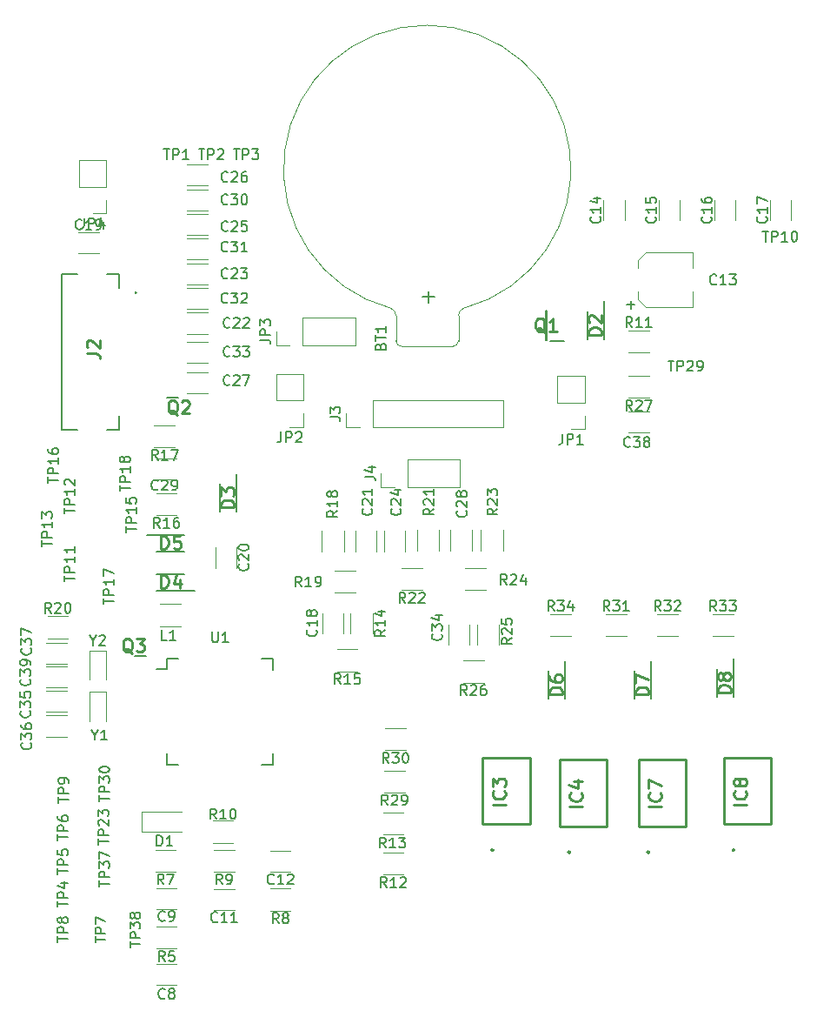
<source format=gbr>
G04 #@! TF.FileFunction,Legend,Top*
%FSLAX46Y46*%
G04 Gerber Fmt 4.6, Leading zero omitted, Abs format (unit mm)*
G04 Created by KiCad (PCBNEW 4.0.7) date Thu Feb 22 22:50:24 2018*
%MOMM*%
%LPD*%
G01*
G04 APERTURE LIST*
%ADD10C,0.100000*%
%ADD11C,0.120000*%
%ADD12C,0.254000*%
%ADD13C,0.200000*%
%ADD14C,0.150000*%
G04 APERTURE END LIST*
D10*
D11*
X83184769Y-22800262D02*
G75*
G02X86720000Y-50350000I15231J-13999738D01*
G01*
X83215231Y-22800262D02*
G75*
G03X79680000Y-50350000I-15231J-13999738D01*
G01*
X86743485Y-50345231D02*
G75*
G03X86250000Y-51050000I256515J-704769D01*
G01*
X79656515Y-50345231D02*
G75*
G02X80150000Y-51050000I-256515J-704769D01*
G01*
X80150000Y-51050000D02*
X80150000Y-53500000D01*
X86250000Y-53500000D02*
X86250000Y-51050000D01*
X80150000Y-53500000D02*
G75*
G03X80700000Y-54050000I550000J0D01*
G01*
X86250000Y-53500000D02*
G75*
G02X85700000Y-54050000I-550000J0D01*
G01*
X80700000Y-54050000D02*
X85700000Y-54050000D01*
X58800000Y-114180000D02*
X56800000Y-114180000D01*
X56800000Y-116220000D02*
X58800000Y-116220000D01*
X56800000Y-108820000D02*
X58800000Y-108820000D01*
X58800000Y-106780000D02*
X56800000Y-106780000D01*
X62400000Y-108920000D02*
X64400000Y-108920000D01*
X64400000Y-106880000D02*
X62400000Y-106880000D01*
X67900000Y-105220000D02*
X69900000Y-105220000D01*
X69900000Y-103180000D02*
X67900000Y-103180000D01*
X109070000Y-44910000D02*
X109070000Y-46460000D01*
X109070000Y-50240000D02*
X109070000Y-48690000D01*
X103730000Y-49480000D02*
X103730000Y-48690000D01*
X103730000Y-45670000D02*
X103730000Y-46460000D01*
X109070000Y-44910000D02*
X104490000Y-44910000D01*
X104490000Y-44910000D02*
X103730000Y-45670000D01*
X103730000Y-49480000D02*
X104490000Y-50240000D01*
X104490000Y-50240000D02*
X109070000Y-50240000D01*
D12*
X93190000Y-100550000D02*
X93190000Y-94050000D01*
X93190000Y-94050000D02*
X88610000Y-94050000D01*
X88610000Y-94050000D02*
X88610000Y-100550000D01*
X88610000Y-100550000D02*
X93190000Y-100550000D01*
X89620250Y-103062000D02*
G75*
G03X89620250Y-103062000I-90250J0D01*
G01*
X100690000Y-100750000D02*
X100690000Y-94250000D01*
X100690000Y-94250000D02*
X96110000Y-94250000D01*
X96110000Y-94250000D02*
X96110000Y-100750000D01*
X96110000Y-100750000D02*
X100690000Y-100750000D01*
X97120250Y-103262000D02*
G75*
G03X97120250Y-103262000I-90250J0D01*
G01*
D13*
X47600000Y-47050000D02*
X47600000Y-62150000D01*
X47600000Y-47050000D02*
X49149000Y-47050000D01*
X53200000Y-47050000D02*
X52000000Y-47050000D01*
X47600000Y-62150000D02*
X49149000Y-62150000D01*
X53200000Y-62150000D02*
X52000000Y-62150000D01*
X53200000Y-47050000D02*
X53200000Y-48348000D01*
X53200000Y-60852000D02*
X53200000Y-62150000D01*
D12*
X54822000Y-48823000D02*
G75*
G03X54822000Y-48823000I-25000J0D01*
G01*
D13*
X94850000Y-53460000D02*
X94750000Y-53460000D01*
X94750000Y-53460000D02*
X94750000Y-50540000D01*
X94750000Y-50540000D02*
X94850000Y-50540000D01*
X94850000Y-50540000D02*
X94850000Y-53460000D01*
X96500000Y-53500000D02*
X95200000Y-53500000D01*
D14*
X57825000Y-84425000D02*
X57825000Y-85425000D01*
X68175000Y-84425000D02*
X68175000Y-85500000D01*
X68175000Y-94775000D02*
X68175000Y-93700000D01*
X57825000Y-94775000D02*
X57825000Y-93700000D01*
X57825000Y-84425000D02*
X58900000Y-84425000D01*
X57825000Y-94775000D02*
X58900000Y-94775000D01*
X68175000Y-94775000D02*
X67100000Y-94775000D01*
X68175000Y-84425000D02*
X67100000Y-84425000D01*
X57825000Y-85425000D02*
X56800000Y-85425000D01*
D11*
X51900000Y-90500000D02*
X51900000Y-87650000D01*
X51900000Y-87650000D02*
X50300000Y-87650000D01*
X50300000Y-87650000D02*
X50300000Y-90500000D01*
X51900000Y-86500000D02*
X51900000Y-83650000D01*
X51900000Y-83650000D02*
X50300000Y-83650000D01*
X50300000Y-83650000D02*
X50300000Y-86500000D01*
D13*
X100400000Y-49675000D02*
X100400000Y-53345000D01*
X98800000Y-50655000D02*
X98800000Y-53345000D01*
X64600000Y-66475000D02*
X64600000Y-70145000D01*
X63000000Y-67455000D02*
X63000000Y-70145000D01*
X60525000Y-77800000D02*
X56855000Y-77800000D01*
X59545000Y-76200000D02*
X56855000Y-76200000D01*
X55875000Y-72400000D02*
X59545000Y-72400000D01*
X56855000Y-74000000D02*
X59545000Y-74000000D01*
X96600000Y-84675000D02*
X96600000Y-88345000D01*
X95000000Y-85655000D02*
X95000000Y-88345000D01*
X105000000Y-84675000D02*
X105000000Y-88345000D01*
X103400000Y-85655000D02*
X103400000Y-88345000D01*
X113000000Y-84475000D02*
X113000000Y-88145000D01*
X111400000Y-85455000D02*
X111400000Y-88145000D01*
D12*
X108390000Y-100750000D02*
X108390000Y-94250000D01*
X108390000Y-94250000D02*
X103810000Y-94250000D01*
X103810000Y-94250000D02*
X103810000Y-100750000D01*
X103810000Y-100750000D02*
X108390000Y-100750000D01*
X104820250Y-103262000D02*
G75*
G03X104820250Y-103262000I-90250J0D01*
G01*
X116690000Y-100550000D02*
X116690000Y-94050000D01*
X116690000Y-94050000D02*
X112110000Y-94050000D01*
X112110000Y-94050000D02*
X112110000Y-100550000D01*
X112110000Y-100550000D02*
X116690000Y-100550000D01*
X113120250Y-103062000D02*
G75*
G03X113120250Y-103062000I-90250J0D01*
G01*
D13*
X57800000Y-59000000D02*
X58900000Y-59000000D01*
X55800000Y-84200000D02*
X54700000Y-84200000D01*
D11*
X79000000Y-95330000D02*
X81000000Y-95330000D01*
X81000000Y-97470000D02*
X79000000Y-97470000D01*
X79100000Y-91230000D02*
X81100000Y-91230000D01*
X81100000Y-93370000D02*
X79100000Y-93370000D01*
X102600000Y-82270000D02*
X100600000Y-82270000D01*
X100600000Y-80130000D02*
X102600000Y-80130000D01*
X107600000Y-82270000D02*
X105600000Y-82270000D01*
X105600000Y-80130000D02*
X107600000Y-80130000D01*
X113000000Y-82270000D02*
X111000000Y-82270000D01*
X111000000Y-80130000D02*
X113000000Y-80130000D01*
X97200000Y-82270000D02*
X95200000Y-82270000D01*
X95200000Y-80130000D02*
X97200000Y-80130000D01*
X100380000Y-39800000D02*
X100380000Y-41800000D01*
X102420000Y-41800000D02*
X102420000Y-39800000D01*
X105780000Y-39800000D02*
X105780000Y-41800000D01*
X107820000Y-41800000D02*
X107820000Y-39800000D01*
X111180000Y-39800000D02*
X111180000Y-41800000D01*
X113220000Y-41800000D02*
X113220000Y-39800000D01*
X116580000Y-39800000D02*
X116580000Y-41800000D01*
X118620000Y-41800000D02*
X118620000Y-39800000D01*
X75020000Y-82000000D02*
X75020000Y-80000000D01*
X72980000Y-80000000D02*
X72980000Y-82000000D01*
X51200000Y-42980000D02*
X49200000Y-42980000D01*
X49200000Y-45020000D02*
X51200000Y-45020000D01*
X64620000Y-75600000D02*
X64620000Y-73600000D01*
X62580000Y-73600000D02*
X62580000Y-75600000D01*
X78220000Y-74000000D02*
X78220000Y-72000000D01*
X76180000Y-72000000D02*
X76180000Y-74000000D01*
X59800000Y-52820000D02*
X61800000Y-52820000D01*
X61800000Y-50780000D02*
X59800000Y-50780000D01*
X59800000Y-48020000D02*
X61800000Y-48020000D01*
X61800000Y-45980000D02*
X59800000Y-45980000D01*
X81020000Y-74000000D02*
X81020000Y-72000000D01*
X78980000Y-72000000D02*
X78980000Y-74000000D01*
X59800000Y-43220000D02*
X61800000Y-43220000D01*
X61800000Y-41180000D02*
X59800000Y-41180000D01*
X59800000Y-38420000D02*
X61800000Y-38420000D01*
X61800000Y-36380000D02*
X59800000Y-36380000D01*
X59800000Y-58620000D02*
X61800000Y-58620000D01*
X61800000Y-56580000D02*
X59800000Y-56580000D01*
X87520000Y-73900000D02*
X87520000Y-71900000D01*
X85480000Y-71900000D02*
X85480000Y-73900000D01*
X58800000Y-64980000D02*
X56800000Y-64980000D01*
X56800000Y-67020000D02*
X58800000Y-67020000D01*
X61800000Y-38780000D02*
X59800000Y-38780000D01*
X59800000Y-40820000D02*
X61800000Y-40820000D01*
X61800000Y-43580000D02*
X59800000Y-43580000D01*
X59800000Y-45620000D02*
X61800000Y-45620000D01*
X61800000Y-48380000D02*
X59800000Y-48380000D01*
X59800000Y-50420000D02*
X61800000Y-50420000D01*
X61800000Y-53580000D02*
X59800000Y-53580000D01*
X59800000Y-55620000D02*
X61800000Y-55620000D01*
X87320000Y-83100000D02*
X87320000Y-81100000D01*
X85280000Y-81100000D02*
X85280000Y-83100000D01*
X48100000Y-87580000D02*
X46100000Y-87580000D01*
X46100000Y-89620000D02*
X48100000Y-89620000D01*
X48100000Y-89980000D02*
X46100000Y-89980000D01*
X46100000Y-92020000D02*
X48100000Y-92020000D01*
X48100000Y-82880000D02*
X46100000Y-82880000D01*
X46100000Y-84920000D02*
X48100000Y-84920000D01*
X104800000Y-60380000D02*
X102800000Y-60380000D01*
X102800000Y-62420000D02*
X104800000Y-62420000D01*
X48100000Y-85180000D02*
X46100000Y-85180000D01*
X46100000Y-87220000D02*
X48100000Y-87220000D01*
X56800000Y-110530000D02*
X58800000Y-110530000D01*
X58800000Y-112670000D02*
X56800000Y-112670000D01*
X56700000Y-103030000D02*
X58700000Y-103030000D01*
X58700000Y-105170000D02*
X56700000Y-105170000D01*
X67900000Y-106830000D02*
X69900000Y-106830000D01*
X69900000Y-108970000D02*
X67900000Y-108970000D01*
X62400000Y-103030000D02*
X64400000Y-103030000D01*
X64400000Y-105170000D02*
X62400000Y-105170000D01*
X64300000Y-102370000D02*
X62300000Y-102370000D01*
X62300000Y-100230000D02*
X64300000Y-100230000D01*
X104800000Y-54670000D02*
X102800000Y-54670000D01*
X102800000Y-52530000D02*
X104800000Y-52530000D01*
X78900000Y-103330000D02*
X80900000Y-103330000D01*
X80900000Y-105470000D02*
X78900000Y-105470000D01*
X78900000Y-99430000D02*
X80900000Y-99430000D01*
X80900000Y-101570000D02*
X78900000Y-101570000D01*
X75730000Y-82000000D02*
X75730000Y-80000000D01*
X77870000Y-80000000D02*
X77870000Y-82000000D01*
X74400000Y-83530000D02*
X76400000Y-83530000D01*
X76400000Y-85670000D02*
X74400000Y-85670000D01*
X56800000Y-68330000D02*
X58800000Y-68330000D01*
X58800000Y-70470000D02*
X56800000Y-70470000D01*
X56600000Y-61730000D02*
X58600000Y-61730000D01*
X58600000Y-63870000D02*
X56600000Y-63870000D01*
X72930000Y-74000000D02*
X72930000Y-72000000D01*
X75070000Y-72000000D02*
X75070000Y-74000000D01*
X76185001Y-78045000D02*
X74185001Y-78045000D01*
X74185001Y-75905000D02*
X76185001Y-75905000D01*
X48200000Y-82470000D02*
X46200000Y-82470000D01*
X46200000Y-80330000D02*
X48200000Y-80330000D01*
X82230000Y-73900000D02*
X82230000Y-71900000D01*
X84370000Y-71900000D02*
X84370000Y-73900000D01*
X80700000Y-75630000D02*
X82700000Y-75630000D01*
X82700000Y-77770000D02*
X80700000Y-77770000D01*
X88430000Y-73900000D02*
X88430000Y-71900000D01*
X90570000Y-71900000D02*
X90570000Y-73900000D01*
X86900000Y-75630000D02*
X88900000Y-75630000D01*
X88900000Y-77770000D02*
X86900000Y-77770000D01*
X88030000Y-83100000D02*
X88030000Y-81100000D01*
X90170000Y-81100000D02*
X90170000Y-83100000D01*
X86700000Y-84630000D02*
X88700000Y-84630000D01*
X88700000Y-86770000D02*
X86700000Y-86770000D01*
X102800000Y-56930000D02*
X104800000Y-56930000D01*
X104800000Y-59070000D02*
X102800000Y-59070000D01*
X90630000Y-61930000D02*
X90630000Y-59270000D01*
X77870000Y-61930000D02*
X90630000Y-61930000D01*
X77870000Y-59270000D02*
X90630000Y-59270000D01*
X77870000Y-61930000D02*
X77870000Y-59270000D01*
X76600000Y-61930000D02*
X75270000Y-61930000D01*
X75270000Y-61930000D02*
X75270000Y-60600000D01*
X86410000Y-67730000D02*
X86410000Y-65070000D01*
X81270000Y-67730000D02*
X86410000Y-67730000D01*
X81270000Y-65070000D02*
X86410000Y-65070000D01*
X81270000Y-67730000D02*
X81270000Y-65070000D01*
X80000000Y-67730000D02*
X78670000Y-67730000D01*
X78670000Y-67730000D02*
X78670000Y-66400000D01*
X98530000Y-56930000D02*
X95870000Y-56930000D01*
X98530000Y-59530000D02*
X98530000Y-56930000D01*
X95870000Y-59530000D02*
X95870000Y-56930000D01*
X98530000Y-59530000D02*
X95870000Y-59530000D01*
X98530000Y-60800000D02*
X98530000Y-62130000D01*
X98530000Y-62130000D02*
X97200000Y-62130000D01*
X71130000Y-56730000D02*
X68470000Y-56730000D01*
X71130000Y-59330000D02*
X71130000Y-56730000D01*
X68470000Y-59330000D02*
X68470000Y-56730000D01*
X71130000Y-59330000D02*
X68470000Y-59330000D01*
X71130000Y-60600000D02*
X71130000Y-61930000D01*
X71130000Y-61930000D02*
X69800000Y-61930000D01*
X76210000Y-53930000D02*
X76210000Y-51270000D01*
X71070000Y-53930000D02*
X76210000Y-53930000D01*
X71070000Y-51270000D02*
X76210000Y-51270000D01*
X71070000Y-53930000D02*
X71070000Y-51270000D01*
X69800000Y-53930000D02*
X68470000Y-53930000D01*
X68470000Y-53930000D02*
X68470000Y-52600000D01*
X51930000Y-35930000D02*
X49270000Y-35930000D01*
X51930000Y-38530000D02*
X51930000Y-35930000D01*
X49270000Y-38530000D02*
X49270000Y-35930000D01*
X51930000Y-38530000D02*
X49270000Y-38530000D01*
X51930000Y-39800000D02*
X51930000Y-41130000D01*
X51930000Y-41130000D02*
X50600000Y-41130000D01*
X55350000Y-99300000D02*
X55350000Y-101300000D01*
X55350000Y-101300000D02*
X59250000Y-101300000D01*
X55350000Y-99300000D02*
X59250000Y-99300000D01*
X59200000Y-81270000D02*
X57200000Y-81270000D01*
X57200000Y-79130000D02*
X59200000Y-79130000D01*
D14*
X78628571Y-54035714D02*
X78676190Y-53892857D01*
X78723810Y-53845238D01*
X78819048Y-53797619D01*
X78961905Y-53797619D01*
X79057143Y-53845238D01*
X79104762Y-53892857D01*
X79152381Y-53988095D01*
X79152381Y-54369048D01*
X78152381Y-54369048D01*
X78152381Y-54035714D01*
X78200000Y-53940476D01*
X78247619Y-53892857D01*
X78342857Y-53845238D01*
X78438095Y-53845238D01*
X78533333Y-53892857D01*
X78580952Y-53940476D01*
X78628571Y-54035714D01*
X78628571Y-54369048D01*
X78152381Y-53511905D02*
X78152381Y-52940476D01*
X79152381Y-53226191D02*
X78152381Y-53226191D01*
X79152381Y-52083333D02*
X79152381Y-52654762D01*
X79152381Y-52369048D02*
X78152381Y-52369048D01*
X78295238Y-52464286D01*
X78390476Y-52559524D01*
X78438095Y-52654762D01*
X83307143Y-49821428D02*
X83307143Y-48678571D01*
X83878571Y-49250000D02*
X82735714Y-49250000D01*
X57633334Y-117457143D02*
X57585715Y-117504762D01*
X57442858Y-117552381D01*
X57347620Y-117552381D01*
X57204762Y-117504762D01*
X57109524Y-117409524D01*
X57061905Y-117314286D01*
X57014286Y-117123810D01*
X57014286Y-116980952D01*
X57061905Y-116790476D01*
X57109524Y-116695238D01*
X57204762Y-116600000D01*
X57347620Y-116552381D01*
X57442858Y-116552381D01*
X57585715Y-116600000D01*
X57633334Y-116647619D01*
X58204762Y-116980952D02*
X58109524Y-116933333D01*
X58061905Y-116885714D01*
X58014286Y-116790476D01*
X58014286Y-116742857D01*
X58061905Y-116647619D01*
X58109524Y-116600000D01*
X58204762Y-116552381D01*
X58395239Y-116552381D01*
X58490477Y-116600000D01*
X58538096Y-116647619D01*
X58585715Y-116742857D01*
X58585715Y-116790476D01*
X58538096Y-116885714D01*
X58490477Y-116933333D01*
X58395239Y-116980952D01*
X58204762Y-116980952D01*
X58109524Y-117028571D01*
X58061905Y-117076190D01*
X58014286Y-117171429D01*
X58014286Y-117361905D01*
X58061905Y-117457143D01*
X58109524Y-117504762D01*
X58204762Y-117552381D01*
X58395239Y-117552381D01*
X58490477Y-117504762D01*
X58538096Y-117457143D01*
X58585715Y-117361905D01*
X58585715Y-117171429D01*
X58538096Y-117076190D01*
X58490477Y-117028571D01*
X58395239Y-116980952D01*
X57633334Y-109907143D02*
X57585715Y-109954762D01*
X57442858Y-110002381D01*
X57347620Y-110002381D01*
X57204762Y-109954762D01*
X57109524Y-109859524D01*
X57061905Y-109764286D01*
X57014286Y-109573810D01*
X57014286Y-109430952D01*
X57061905Y-109240476D01*
X57109524Y-109145238D01*
X57204762Y-109050000D01*
X57347620Y-109002381D01*
X57442858Y-109002381D01*
X57585715Y-109050000D01*
X57633334Y-109097619D01*
X58109524Y-110002381D02*
X58300000Y-110002381D01*
X58395239Y-109954762D01*
X58442858Y-109907143D01*
X58538096Y-109764286D01*
X58585715Y-109573810D01*
X58585715Y-109192857D01*
X58538096Y-109097619D01*
X58490477Y-109050000D01*
X58395239Y-109002381D01*
X58204762Y-109002381D01*
X58109524Y-109050000D01*
X58061905Y-109097619D01*
X58014286Y-109192857D01*
X58014286Y-109430952D01*
X58061905Y-109526190D01*
X58109524Y-109573810D01*
X58204762Y-109621429D01*
X58395239Y-109621429D01*
X58490477Y-109573810D01*
X58538096Y-109526190D01*
X58585715Y-109430952D01*
X62757143Y-110007143D02*
X62709524Y-110054762D01*
X62566667Y-110102381D01*
X62471429Y-110102381D01*
X62328571Y-110054762D01*
X62233333Y-109959524D01*
X62185714Y-109864286D01*
X62138095Y-109673810D01*
X62138095Y-109530952D01*
X62185714Y-109340476D01*
X62233333Y-109245238D01*
X62328571Y-109150000D01*
X62471429Y-109102381D01*
X62566667Y-109102381D01*
X62709524Y-109150000D01*
X62757143Y-109197619D01*
X63709524Y-110102381D02*
X63138095Y-110102381D01*
X63423809Y-110102381D02*
X63423809Y-109102381D01*
X63328571Y-109245238D01*
X63233333Y-109340476D01*
X63138095Y-109388095D01*
X64661905Y-110102381D02*
X64090476Y-110102381D01*
X64376190Y-110102381D02*
X64376190Y-109102381D01*
X64280952Y-109245238D01*
X64185714Y-109340476D01*
X64090476Y-109388095D01*
X68257143Y-106307143D02*
X68209524Y-106354762D01*
X68066667Y-106402381D01*
X67971429Y-106402381D01*
X67828571Y-106354762D01*
X67733333Y-106259524D01*
X67685714Y-106164286D01*
X67638095Y-105973810D01*
X67638095Y-105830952D01*
X67685714Y-105640476D01*
X67733333Y-105545238D01*
X67828571Y-105450000D01*
X67971429Y-105402381D01*
X68066667Y-105402381D01*
X68209524Y-105450000D01*
X68257143Y-105497619D01*
X69209524Y-106402381D02*
X68638095Y-106402381D01*
X68923809Y-106402381D02*
X68923809Y-105402381D01*
X68828571Y-105545238D01*
X68733333Y-105640476D01*
X68638095Y-105688095D01*
X69590476Y-105497619D02*
X69638095Y-105450000D01*
X69733333Y-105402381D01*
X69971429Y-105402381D01*
X70066667Y-105450000D01*
X70114286Y-105497619D01*
X70161905Y-105592857D01*
X70161905Y-105688095D01*
X70114286Y-105830952D01*
X69542857Y-106402381D01*
X70161905Y-106402381D01*
X111357143Y-47957143D02*
X111309524Y-48004762D01*
X111166667Y-48052381D01*
X111071429Y-48052381D01*
X110928571Y-48004762D01*
X110833333Y-47909524D01*
X110785714Y-47814286D01*
X110738095Y-47623810D01*
X110738095Y-47480952D01*
X110785714Y-47290476D01*
X110833333Y-47195238D01*
X110928571Y-47100000D01*
X111071429Y-47052381D01*
X111166667Y-47052381D01*
X111309524Y-47100000D01*
X111357143Y-47147619D01*
X112309524Y-48052381D02*
X111738095Y-48052381D01*
X112023809Y-48052381D02*
X112023809Y-47052381D01*
X111928571Y-47195238D01*
X111833333Y-47290476D01*
X111738095Y-47338095D01*
X112642857Y-47052381D02*
X113261905Y-47052381D01*
X112928571Y-47433333D01*
X113071429Y-47433333D01*
X113166667Y-47480952D01*
X113214286Y-47528571D01*
X113261905Y-47623810D01*
X113261905Y-47861905D01*
X113214286Y-47957143D01*
X113166667Y-48004762D01*
X113071429Y-48052381D01*
X112785714Y-48052381D01*
X112690476Y-48004762D01*
X112642857Y-47957143D01*
X102639048Y-50011429D02*
X103400953Y-50011429D01*
X103020001Y-50392381D02*
X103020001Y-49630476D01*
D12*
X90825524Y-98635762D02*
X89555524Y-98635762D01*
X90704571Y-97305286D02*
X90765048Y-97365762D01*
X90825524Y-97547191D01*
X90825524Y-97668143D01*
X90765048Y-97849571D01*
X90644095Y-97970524D01*
X90523143Y-98031000D01*
X90281238Y-98091476D01*
X90099810Y-98091476D01*
X89857905Y-98031000D01*
X89736952Y-97970524D01*
X89616000Y-97849571D01*
X89555524Y-97668143D01*
X89555524Y-97547191D01*
X89616000Y-97365762D01*
X89676476Y-97305286D01*
X89555524Y-96881952D02*
X89555524Y-96095762D01*
X90039333Y-96519095D01*
X90039333Y-96337667D01*
X90099810Y-96216714D01*
X90160286Y-96156238D01*
X90281238Y-96095762D01*
X90583619Y-96095762D01*
X90704571Y-96156238D01*
X90765048Y-96216714D01*
X90825524Y-96337667D01*
X90825524Y-96700524D01*
X90765048Y-96821476D01*
X90704571Y-96881952D01*
X98325524Y-98835762D02*
X97055524Y-98835762D01*
X98204571Y-97505286D02*
X98265048Y-97565762D01*
X98325524Y-97747191D01*
X98325524Y-97868143D01*
X98265048Y-98049571D01*
X98144095Y-98170524D01*
X98023143Y-98231000D01*
X97781238Y-98291476D01*
X97599810Y-98291476D01*
X97357905Y-98231000D01*
X97236952Y-98170524D01*
X97116000Y-98049571D01*
X97055524Y-97868143D01*
X97055524Y-97747191D01*
X97116000Y-97565762D01*
X97176476Y-97505286D01*
X97478857Y-96416714D02*
X98325524Y-96416714D01*
X96995048Y-96719095D02*
X97902190Y-97021476D01*
X97902190Y-96235286D01*
X50009524Y-54711333D02*
X50916667Y-54711333D01*
X51098095Y-54771809D01*
X51219048Y-54892761D01*
X51279524Y-55074190D01*
X51279524Y-55195142D01*
X50130476Y-54167047D02*
X50070000Y-54106571D01*
X50009524Y-53985619D01*
X50009524Y-53683238D01*
X50070000Y-53562285D01*
X50130476Y-53501809D01*
X50251429Y-53441333D01*
X50372381Y-53441333D01*
X50553810Y-53501809D01*
X51279524Y-54227523D01*
X51279524Y-53441333D01*
X94679048Y-52695476D02*
X94558095Y-52635000D01*
X94437143Y-52514048D01*
X94255714Y-52332619D01*
X94134762Y-52272143D01*
X94013810Y-52272143D01*
X94074286Y-52574524D02*
X93953333Y-52514048D01*
X93832381Y-52393095D01*
X93771905Y-52151190D01*
X93771905Y-51727857D01*
X93832381Y-51485952D01*
X93953333Y-51365000D01*
X94074286Y-51304524D01*
X94316190Y-51304524D01*
X94437143Y-51365000D01*
X94558095Y-51485952D01*
X94618571Y-51727857D01*
X94618571Y-52151190D01*
X94558095Y-52393095D01*
X94437143Y-52514048D01*
X94316190Y-52574524D01*
X94074286Y-52574524D01*
X95828095Y-52574524D02*
X95102381Y-52574524D01*
X95465238Y-52574524D02*
X95465238Y-51304524D01*
X95344286Y-51485952D01*
X95223333Y-51606905D01*
X95102381Y-51667381D01*
D14*
X57538095Y-34852381D02*
X58109524Y-34852381D01*
X57823809Y-35852381D02*
X57823809Y-34852381D01*
X58442857Y-35852381D02*
X58442857Y-34852381D01*
X58823810Y-34852381D01*
X58919048Y-34900000D01*
X58966667Y-34947619D01*
X59014286Y-35042857D01*
X59014286Y-35185714D01*
X58966667Y-35280952D01*
X58919048Y-35328571D01*
X58823810Y-35376190D01*
X58442857Y-35376190D01*
X59966667Y-35852381D02*
X59395238Y-35852381D01*
X59680952Y-35852381D02*
X59680952Y-34852381D01*
X59585714Y-34995238D01*
X59490476Y-35090476D01*
X59395238Y-35138095D01*
X60938095Y-34852381D02*
X61509524Y-34852381D01*
X61223809Y-35852381D02*
X61223809Y-34852381D01*
X61842857Y-35852381D02*
X61842857Y-34852381D01*
X62223810Y-34852381D01*
X62319048Y-34900000D01*
X62366667Y-34947619D01*
X62414286Y-35042857D01*
X62414286Y-35185714D01*
X62366667Y-35280952D01*
X62319048Y-35328571D01*
X62223810Y-35376190D01*
X61842857Y-35376190D01*
X62795238Y-34947619D02*
X62842857Y-34900000D01*
X62938095Y-34852381D01*
X63176191Y-34852381D01*
X63271429Y-34900000D01*
X63319048Y-34947619D01*
X63366667Y-35042857D01*
X63366667Y-35138095D01*
X63319048Y-35280952D01*
X62747619Y-35852381D01*
X63366667Y-35852381D01*
X64338095Y-34852381D02*
X64909524Y-34852381D01*
X64623809Y-35852381D02*
X64623809Y-34852381D01*
X65242857Y-35852381D02*
X65242857Y-34852381D01*
X65623810Y-34852381D01*
X65719048Y-34900000D01*
X65766667Y-34947619D01*
X65814286Y-35042857D01*
X65814286Y-35185714D01*
X65766667Y-35280952D01*
X65719048Y-35328571D01*
X65623810Y-35376190D01*
X65242857Y-35376190D01*
X66147619Y-34852381D02*
X66766667Y-34852381D01*
X66433333Y-35233333D01*
X66576191Y-35233333D01*
X66671429Y-35280952D01*
X66719048Y-35328571D01*
X66766667Y-35423810D01*
X66766667Y-35661905D01*
X66719048Y-35757143D01*
X66671429Y-35804762D01*
X66576191Y-35852381D01*
X66290476Y-35852381D01*
X66195238Y-35804762D01*
X66147619Y-35757143D01*
X47202381Y-108611905D02*
X47202381Y-108040476D01*
X48202381Y-108326191D02*
X47202381Y-108326191D01*
X48202381Y-107707143D02*
X47202381Y-107707143D01*
X47202381Y-107326190D01*
X47250000Y-107230952D01*
X47297619Y-107183333D01*
X47392857Y-107135714D01*
X47535714Y-107135714D01*
X47630952Y-107183333D01*
X47678571Y-107230952D01*
X47726190Y-107326190D01*
X47726190Y-107707143D01*
X47535714Y-106278571D02*
X48202381Y-106278571D01*
X47154762Y-106516667D02*
X47869048Y-106754762D01*
X47869048Y-106135714D01*
X47202381Y-105411905D02*
X47202381Y-104840476D01*
X48202381Y-105126191D02*
X47202381Y-105126191D01*
X48202381Y-104507143D02*
X47202381Y-104507143D01*
X47202381Y-104126190D01*
X47250000Y-104030952D01*
X47297619Y-103983333D01*
X47392857Y-103935714D01*
X47535714Y-103935714D01*
X47630952Y-103983333D01*
X47678571Y-104030952D01*
X47726190Y-104126190D01*
X47726190Y-104507143D01*
X47202381Y-103030952D02*
X47202381Y-103507143D01*
X47678571Y-103554762D01*
X47630952Y-103507143D01*
X47583333Y-103411905D01*
X47583333Y-103173809D01*
X47630952Y-103078571D01*
X47678571Y-103030952D01*
X47773810Y-102983333D01*
X48011905Y-102983333D01*
X48107143Y-103030952D01*
X48154762Y-103078571D01*
X48202381Y-103173809D01*
X48202381Y-103411905D01*
X48154762Y-103507143D01*
X48107143Y-103554762D01*
X47202381Y-102111905D02*
X47202381Y-101540476D01*
X48202381Y-101826191D02*
X47202381Y-101826191D01*
X48202381Y-101207143D02*
X47202381Y-101207143D01*
X47202381Y-100826190D01*
X47250000Y-100730952D01*
X47297619Y-100683333D01*
X47392857Y-100635714D01*
X47535714Y-100635714D01*
X47630952Y-100683333D01*
X47678571Y-100730952D01*
X47726190Y-100826190D01*
X47726190Y-101207143D01*
X47202381Y-99778571D02*
X47202381Y-99969048D01*
X47250000Y-100064286D01*
X47297619Y-100111905D01*
X47440476Y-100207143D01*
X47630952Y-100254762D01*
X48011905Y-100254762D01*
X48107143Y-100207143D01*
X48154762Y-100159524D01*
X48202381Y-100064286D01*
X48202381Y-99873809D01*
X48154762Y-99778571D01*
X48107143Y-99730952D01*
X48011905Y-99683333D01*
X47773810Y-99683333D01*
X47678571Y-99730952D01*
X47630952Y-99778571D01*
X47583333Y-99873809D01*
X47583333Y-100064286D01*
X47630952Y-100159524D01*
X47678571Y-100207143D01*
X47773810Y-100254762D01*
X50852381Y-112061905D02*
X50852381Y-111490476D01*
X51852381Y-111776191D02*
X50852381Y-111776191D01*
X51852381Y-111157143D02*
X50852381Y-111157143D01*
X50852381Y-110776190D01*
X50900000Y-110680952D01*
X50947619Y-110633333D01*
X51042857Y-110585714D01*
X51185714Y-110585714D01*
X51280952Y-110633333D01*
X51328571Y-110680952D01*
X51376190Y-110776190D01*
X51376190Y-111157143D01*
X50852381Y-110252381D02*
X50852381Y-109585714D01*
X51852381Y-110014286D01*
X47202381Y-112011905D02*
X47202381Y-111440476D01*
X48202381Y-111726191D02*
X47202381Y-111726191D01*
X48202381Y-111107143D02*
X47202381Y-111107143D01*
X47202381Y-110726190D01*
X47250000Y-110630952D01*
X47297619Y-110583333D01*
X47392857Y-110535714D01*
X47535714Y-110535714D01*
X47630952Y-110583333D01*
X47678571Y-110630952D01*
X47726190Y-110726190D01*
X47726190Y-111107143D01*
X47630952Y-109964286D02*
X47583333Y-110059524D01*
X47535714Y-110107143D01*
X47440476Y-110154762D01*
X47392857Y-110154762D01*
X47297619Y-110107143D01*
X47250000Y-110059524D01*
X47202381Y-109964286D01*
X47202381Y-109773809D01*
X47250000Y-109678571D01*
X47297619Y-109630952D01*
X47392857Y-109583333D01*
X47440476Y-109583333D01*
X47535714Y-109630952D01*
X47583333Y-109678571D01*
X47630952Y-109773809D01*
X47630952Y-109964286D01*
X47678571Y-110059524D01*
X47726190Y-110107143D01*
X47821429Y-110154762D01*
X48011905Y-110154762D01*
X48107143Y-110107143D01*
X48154762Y-110059524D01*
X48202381Y-109964286D01*
X48202381Y-109773809D01*
X48154762Y-109678571D01*
X48107143Y-109630952D01*
X48011905Y-109583333D01*
X47821429Y-109583333D01*
X47726190Y-109630952D01*
X47678571Y-109678571D01*
X47630952Y-109773809D01*
X47252381Y-98461905D02*
X47252381Y-97890476D01*
X48252381Y-98176191D02*
X47252381Y-98176191D01*
X48252381Y-97557143D02*
X47252381Y-97557143D01*
X47252381Y-97176190D01*
X47300000Y-97080952D01*
X47347619Y-97033333D01*
X47442857Y-96985714D01*
X47585714Y-96985714D01*
X47680952Y-97033333D01*
X47728571Y-97080952D01*
X47776190Y-97176190D01*
X47776190Y-97557143D01*
X48252381Y-96509524D02*
X48252381Y-96319048D01*
X48204762Y-96223809D01*
X48157143Y-96176190D01*
X48014286Y-96080952D01*
X47823810Y-96033333D01*
X47442857Y-96033333D01*
X47347619Y-96080952D01*
X47300000Y-96128571D01*
X47252381Y-96223809D01*
X47252381Y-96414286D01*
X47300000Y-96509524D01*
X47347619Y-96557143D01*
X47442857Y-96604762D01*
X47680952Y-96604762D01*
X47776190Y-96557143D01*
X47823810Y-96509524D01*
X47871429Y-96414286D01*
X47871429Y-96223809D01*
X47823810Y-96128571D01*
X47776190Y-96080952D01*
X47680952Y-96033333D01*
X115861905Y-42852381D02*
X116433334Y-42852381D01*
X116147619Y-43852381D02*
X116147619Y-42852381D01*
X116766667Y-43852381D02*
X116766667Y-42852381D01*
X117147620Y-42852381D01*
X117242858Y-42900000D01*
X117290477Y-42947619D01*
X117338096Y-43042857D01*
X117338096Y-43185714D01*
X117290477Y-43280952D01*
X117242858Y-43328571D01*
X117147620Y-43376190D01*
X116766667Y-43376190D01*
X118290477Y-43852381D02*
X117719048Y-43852381D01*
X118004762Y-43852381D02*
X118004762Y-42852381D01*
X117909524Y-42995238D01*
X117814286Y-43090476D01*
X117719048Y-43138095D01*
X118909524Y-42852381D02*
X119004763Y-42852381D01*
X119100001Y-42900000D01*
X119147620Y-42947619D01*
X119195239Y-43042857D01*
X119242858Y-43233333D01*
X119242858Y-43471429D01*
X119195239Y-43661905D01*
X119147620Y-43757143D01*
X119100001Y-43804762D01*
X119004763Y-43852381D01*
X118909524Y-43852381D01*
X118814286Y-43804762D01*
X118766667Y-43757143D01*
X118719048Y-43661905D01*
X118671429Y-43471429D01*
X118671429Y-43233333D01*
X118719048Y-43042857D01*
X118766667Y-42947619D01*
X118814286Y-42900000D01*
X118909524Y-42852381D01*
X51152381Y-102538095D02*
X51152381Y-101966666D01*
X52152381Y-102252381D02*
X51152381Y-102252381D01*
X52152381Y-101633333D02*
X51152381Y-101633333D01*
X51152381Y-101252380D01*
X51200000Y-101157142D01*
X51247619Y-101109523D01*
X51342857Y-101061904D01*
X51485714Y-101061904D01*
X51580952Y-101109523D01*
X51628571Y-101157142D01*
X51676190Y-101252380D01*
X51676190Y-101633333D01*
X51247619Y-100680952D02*
X51200000Y-100633333D01*
X51152381Y-100538095D01*
X51152381Y-100299999D01*
X51200000Y-100204761D01*
X51247619Y-100157142D01*
X51342857Y-100109523D01*
X51438095Y-100109523D01*
X51580952Y-100157142D01*
X52152381Y-100728571D01*
X52152381Y-100109523D01*
X51152381Y-99776190D02*
X51152381Y-99157142D01*
X51533333Y-99490476D01*
X51533333Y-99347618D01*
X51580952Y-99252380D01*
X51628571Y-99204761D01*
X51723810Y-99157142D01*
X51961905Y-99157142D01*
X52057143Y-99204761D01*
X52104762Y-99252380D01*
X52152381Y-99347618D01*
X52152381Y-99633333D01*
X52104762Y-99728571D01*
X52057143Y-99776190D01*
X106661905Y-55452381D02*
X107233334Y-55452381D01*
X106947619Y-56452381D02*
X106947619Y-55452381D01*
X107566667Y-56452381D02*
X107566667Y-55452381D01*
X107947620Y-55452381D01*
X108042858Y-55500000D01*
X108090477Y-55547619D01*
X108138096Y-55642857D01*
X108138096Y-55785714D01*
X108090477Y-55880952D01*
X108042858Y-55928571D01*
X107947620Y-55976190D01*
X107566667Y-55976190D01*
X108519048Y-55547619D02*
X108566667Y-55500000D01*
X108661905Y-55452381D01*
X108900001Y-55452381D01*
X108995239Y-55500000D01*
X109042858Y-55547619D01*
X109090477Y-55642857D01*
X109090477Y-55738095D01*
X109042858Y-55880952D01*
X108471429Y-56452381D01*
X109090477Y-56452381D01*
X109566667Y-56452381D02*
X109757143Y-56452381D01*
X109852382Y-56404762D01*
X109900001Y-56357143D01*
X109995239Y-56214286D01*
X110042858Y-56023810D01*
X110042858Y-55642857D01*
X109995239Y-55547619D01*
X109947620Y-55500000D01*
X109852382Y-55452381D01*
X109661905Y-55452381D01*
X109566667Y-55500000D01*
X109519048Y-55547619D01*
X109471429Y-55642857D01*
X109471429Y-55880952D01*
X109519048Y-55976190D01*
X109566667Y-56023810D01*
X109661905Y-56071429D01*
X109852382Y-56071429D01*
X109947620Y-56023810D01*
X109995239Y-55976190D01*
X110042858Y-55880952D01*
X51252381Y-98338095D02*
X51252381Y-97766666D01*
X52252381Y-98052381D02*
X51252381Y-98052381D01*
X52252381Y-97433333D02*
X51252381Y-97433333D01*
X51252381Y-97052380D01*
X51300000Y-96957142D01*
X51347619Y-96909523D01*
X51442857Y-96861904D01*
X51585714Y-96861904D01*
X51680952Y-96909523D01*
X51728571Y-96957142D01*
X51776190Y-97052380D01*
X51776190Y-97433333D01*
X51252381Y-96528571D02*
X51252381Y-95909523D01*
X51633333Y-96242857D01*
X51633333Y-96099999D01*
X51680952Y-96004761D01*
X51728571Y-95957142D01*
X51823810Y-95909523D01*
X52061905Y-95909523D01*
X52157143Y-95957142D01*
X52204762Y-96004761D01*
X52252381Y-96099999D01*
X52252381Y-96385714D01*
X52204762Y-96480952D01*
X52157143Y-96528571D01*
X51252381Y-95290476D02*
X51252381Y-95195237D01*
X51300000Y-95099999D01*
X51347619Y-95052380D01*
X51442857Y-95004761D01*
X51633333Y-94957142D01*
X51871429Y-94957142D01*
X52061905Y-95004761D01*
X52157143Y-95052380D01*
X52204762Y-95099999D01*
X52252381Y-95195237D01*
X52252381Y-95290476D01*
X52204762Y-95385714D01*
X52157143Y-95433333D01*
X52061905Y-95480952D01*
X51871429Y-95528571D01*
X51633333Y-95528571D01*
X51442857Y-95480952D01*
X51347619Y-95433333D01*
X51300000Y-95385714D01*
X51252381Y-95290476D01*
X51252381Y-106638095D02*
X51252381Y-106066666D01*
X52252381Y-106352381D02*
X51252381Y-106352381D01*
X52252381Y-105733333D02*
X51252381Y-105733333D01*
X51252381Y-105352380D01*
X51300000Y-105257142D01*
X51347619Y-105209523D01*
X51442857Y-105161904D01*
X51585714Y-105161904D01*
X51680952Y-105209523D01*
X51728571Y-105257142D01*
X51776190Y-105352380D01*
X51776190Y-105733333D01*
X51252381Y-104828571D02*
X51252381Y-104209523D01*
X51633333Y-104542857D01*
X51633333Y-104399999D01*
X51680952Y-104304761D01*
X51728571Y-104257142D01*
X51823810Y-104209523D01*
X52061905Y-104209523D01*
X52157143Y-104257142D01*
X52204762Y-104304761D01*
X52252381Y-104399999D01*
X52252381Y-104685714D01*
X52204762Y-104780952D01*
X52157143Y-104828571D01*
X51252381Y-103876190D02*
X51252381Y-103209523D01*
X52252381Y-103638095D01*
X54252381Y-112538095D02*
X54252381Y-111966666D01*
X55252381Y-112252381D02*
X54252381Y-112252381D01*
X55252381Y-111633333D02*
X54252381Y-111633333D01*
X54252381Y-111252380D01*
X54300000Y-111157142D01*
X54347619Y-111109523D01*
X54442857Y-111061904D01*
X54585714Y-111061904D01*
X54680952Y-111109523D01*
X54728571Y-111157142D01*
X54776190Y-111252380D01*
X54776190Y-111633333D01*
X54252381Y-110728571D02*
X54252381Y-110109523D01*
X54633333Y-110442857D01*
X54633333Y-110299999D01*
X54680952Y-110204761D01*
X54728571Y-110157142D01*
X54823810Y-110109523D01*
X55061905Y-110109523D01*
X55157143Y-110157142D01*
X55204762Y-110204761D01*
X55252381Y-110299999D01*
X55252381Y-110585714D01*
X55204762Y-110680952D01*
X55157143Y-110728571D01*
X54680952Y-109538095D02*
X54633333Y-109633333D01*
X54585714Y-109680952D01*
X54490476Y-109728571D01*
X54442857Y-109728571D01*
X54347619Y-109680952D01*
X54300000Y-109633333D01*
X54252381Y-109538095D01*
X54252381Y-109347618D01*
X54300000Y-109252380D01*
X54347619Y-109204761D01*
X54442857Y-109157142D01*
X54490476Y-109157142D01*
X54585714Y-109204761D01*
X54633333Y-109252380D01*
X54680952Y-109347618D01*
X54680952Y-109538095D01*
X54728571Y-109633333D01*
X54776190Y-109680952D01*
X54871429Y-109728571D01*
X55061905Y-109728571D01*
X55157143Y-109680952D01*
X55204762Y-109633333D01*
X55252381Y-109538095D01*
X55252381Y-109347618D01*
X55204762Y-109252380D01*
X55157143Y-109204761D01*
X55061905Y-109157142D01*
X54871429Y-109157142D01*
X54776190Y-109204761D01*
X54728571Y-109252380D01*
X54680952Y-109347618D01*
X62238095Y-81852381D02*
X62238095Y-82661905D01*
X62285714Y-82757143D01*
X62333333Y-82804762D01*
X62428571Y-82852381D01*
X62619048Y-82852381D01*
X62714286Y-82804762D01*
X62761905Y-82757143D01*
X62809524Y-82661905D01*
X62809524Y-81852381D01*
X63809524Y-82852381D02*
X63238095Y-82852381D01*
X63523809Y-82852381D02*
X63523809Y-81852381D01*
X63428571Y-81995238D01*
X63333333Y-82090476D01*
X63238095Y-82138095D01*
X50823809Y-91876190D02*
X50823809Y-92352381D01*
X50490476Y-91352381D02*
X50823809Y-91876190D01*
X51157143Y-91352381D01*
X52014286Y-92352381D02*
X51442857Y-92352381D01*
X51728571Y-92352381D02*
X51728571Y-91352381D01*
X51633333Y-91495238D01*
X51538095Y-91590476D01*
X51442857Y-91638095D01*
X50623809Y-82676190D02*
X50623809Y-83152381D01*
X50290476Y-82152381D02*
X50623809Y-82676190D01*
X50957143Y-82152381D01*
X51242857Y-82247619D02*
X51290476Y-82200000D01*
X51385714Y-82152381D01*
X51623810Y-82152381D01*
X51719048Y-82200000D01*
X51766667Y-82247619D01*
X51814286Y-82342857D01*
X51814286Y-82438095D01*
X51766667Y-82580952D01*
X51195238Y-83152381D01*
X51814286Y-83152381D01*
D12*
X100174524Y-52937381D02*
X98904524Y-52937381D01*
X98904524Y-52635000D01*
X98965000Y-52453572D01*
X99085952Y-52332619D01*
X99206905Y-52272143D01*
X99448810Y-52211667D01*
X99630238Y-52211667D01*
X99872143Y-52272143D01*
X99993095Y-52332619D01*
X100114048Y-52453572D01*
X100174524Y-52635000D01*
X100174524Y-52937381D01*
X99025476Y-51727857D02*
X98965000Y-51667381D01*
X98904524Y-51546429D01*
X98904524Y-51244048D01*
X98965000Y-51123095D01*
X99025476Y-51062619D01*
X99146429Y-51002143D01*
X99267381Y-51002143D01*
X99448810Y-51062619D01*
X100174524Y-51788333D01*
X100174524Y-51002143D01*
X64374524Y-69737381D02*
X63104524Y-69737381D01*
X63104524Y-69435000D01*
X63165000Y-69253572D01*
X63285952Y-69132619D01*
X63406905Y-69072143D01*
X63648810Y-69011667D01*
X63830238Y-69011667D01*
X64072143Y-69072143D01*
X64193095Y-69132619D01*
X64314048Y-69253572D01*
X64374524Y-69435000D01*
X64374524Y-69737381D01*
X63104524Y-68588333D02*
X63104524Y-67802143D01*
X63588333Y-68225476D01*
X63588333Y-68044048D01*
X63648810Y-67923095D01*
X63709286Y-67862619D01*
X63830238Y-67802143D01*
X64132619Y-67802143D01*
X64253571Y-67862619D01*
X64314048Y-67923095D01*
X64374524Y-68044048D01*
X64374524Y-68406905D01*
X64314048Y-68527857D01*
X64253571Y-68588333D01*
X57262619Y-77574524D02*
X57262619Y-76304524D01*
X57565000Y-76304524D01*
X57746428Y-76365000D01*
X57867381Y-76485952D01*
X57927857Y-76606905D01*
X57988333Y-76848810D01*
X57988333Y-77030238D01*
X57927857Y-77272143D01*
X57867381Y-77393095D01*
X57746428Y-77514048D01*
X57565000Y-77574524D01*
X57262619Y-77574524D01*
X59076905Y-76727857D02*
X59076905Y-77574524D01*
X58774524Y-76244048D02*
X58472143Y-77151190D01*
X59258333Y-77151190D01*
X57262619Y-73774524D02*
X57262619Y-72504524D01*
X57565000Y-72504524D01*
X57746428Y-72565000D01*
X57867381Y-72685952D01*
X57927857Y-72806905D01*
X57988333Y-73048810D01*
X57988333Y-73230238D01*
X57927857Y-73472143D01*
X57867381Y-73593095D01*
X57746428Y-73714048D01*
X57565000Y-73774524D01*
X57262619Y-73774524D01*
X59137381Y-72504524D02*
X58532619Y-72504524D01*
X58472143Y-73109286D01*
X58532619Y-73048810D01*
X58653571Y-72988333D01*
X58955952Y-72988333D01*
X59076905Y-73048810D01*
X59137381Y-73109286D01*
X59197857Y-73230238D01*
X59197857Y-73532619D01*
X59137381Y-73653571D01*
X59076905Y-73714048D01*
X58955952Y-73774524D01*
X58653571Y-73774524D01*
X58532619Y-73714048D01*
X58472143Y-73653571D01*
X96374524Y-87937381D02*
X95104524Y-87937381D01*
X95104524Y-87635000D01*
X95165000Y-87453572D01*
X95285952Y-87332619D01*
X95406905Y-87272143D01*
X95648810Y-87211667D01*
X95830238Y-87211667D01*
X96072143Y-87272143D01*
X96193095Y-87332619D01*
X96314048Y-87453572D01*
X96374524Y-87635000D01*
X96374524Y-87937381D01*
X95104524Y-86123095D02*
X95104524Y-86365000D01*
X95165000Y-86485952D01*
X95225476Y-86546429D01*
X95406905Y-86667381D01*
X95648810Y-86727857D01*
X96132619Y-86727857D01*
X96253571Y-86667381D01*
X96314048Y-86606905D01*
X96374524Y-86485952D01*
X96374524Y-86244048D01*
X96314048Y-86123095D01*
X96253571Y-86062619D01*
X96132619Y-86002143D01*
X95830238Y-86002143D01*
X95709286Y-86062619D01*
X95648810Y-86123095D01*
X95588333Y-86244048D01*
X95588333Y-86485952D01*
X95648810Y-86606905D01*
X95709286Y-86667381D01*
X95830238Y-86727857D01*
X104774524Y-87937381D02*
X103504524Y-87937381D01*
X103504524Y-87635000D01*
X103565000Y-87453572D01*
X103685952Y-87332619D01*
X103806905Y-87272143D01*
X104048810Y-87211667D01*
X104230238Y-87211667D01*
X104472143Y-87272143D01*
X104593095Y-87332619D01*
X104714048Y-87453572D01*
X104774524Y-87635000D01*
X104774524Y-87937381D01*
X103504524Y-86788333D02*
X103504524Y-85941667D01*
X104774524Y-86485952D01*
X112774524Y-87737381D02*
X111504524Y-87737381D01*
X111504524Y-87435000D01*
X111565000Y-87253572D01*
X111685952Y-87132619D01*
X111806905Y-87072143D01*
X112048810Y-87011667D01*
X112230238Y-87011667D01*
X112472143Y-87072143D01*
X112593095Y-87132619D01*
X112714048Y-87253572D01*
X112774524Y-87435000D01*
X112774524Y-87737381D01*
X112048810Y-86285952D02*
X111988333Y-86406905D01*
X111927857Y-86467381D01*
X111806905Y-86527857D01*
X111746429Y-86527857D01*
X111625476Y-86467381D01*
X111565000Y-86406905D01*
X111504524Y-86285952D01*
X111504524Y-86044048D01*
X111565000Y-85923095D01*
X111625476Y-85862619D01*
X111746429Y-85802143D01*
X111806905Y-85802143D01*
X111927857Y-85862619D01*
X111988333Y-85923095D01*
X112048810Y-86044048D01*
X112048810Y-86285952D01*
X112109286Y-86406905D01*
X112169762Y-86467381D01*
X112290714Y-86527857D01*
X112532619Y-86527857D01*
X112653571Y-86467381D01*
X112714048Y-86406905D01*
X112774524Y-86285952D01*
X112774524Y-86044048D01*
X112714048Y-85923095D01*
X112653571Y-85862619D01*
X112532619Y-85802143D01*
X112290714Y-85802143D01*
X112169762Y-85862619D01*
X112109286Y-85923095D01*
X112048810Y-86044048D01*
X106025524Y-98835762D02*
X104755524Y-98835762D01*
X105904571Y-97505286D02*
X105965048Y-97565762D01*
X106025524Y-97747191D01*
X106025524Y-97868143D01*
X105965048Y-98049571D01*
X105844095Y-98170524D01*
X105723143Y-98231000D01*
X105481238Y-98291476D01*
X105299810Y-98291476D01*
X105057905Y-98231000D01*
X104936952Y-98170524D01*
X104816000Y-98049571D01*
X104755524Y-97868143D01*
X104755524Y-97747191D01*
X104816000Y-97565762D01*
X104876476Y-97505286D01*
X104755524Y-97081952D02*
X104755524Y-96235286D01*
X106025524Y-96779571D01*
X114325524Y-98635762D02*
X113055524Y-98635762D01*
X114204571Y-97305286D02*
X114265048Y-97365762D01*
X114325524Y-97547191D01*
X114325524Y-97668143D01*
X114265048Y-97849571D01*
X114144095Y-97970524D01*
X114023143Y-98031000D01*
X113781238Y-98091476D01*
X113599810Y-98091476D01*
X113357905Y-98031000D01*
X113236952Y-97970524D01*
X113116000Y-97849571D01*
X113055524Y-97668143D01*
X113055524Y-97547191D01*
X113116000Y-97365762D01*
X113176476Y-97305286D01*
X113599810Y-96579571D02*
X113539333Y-96700524D01*
X113478857Y-96761000D01*
X113357905Y-96821476D01*
X113297429Y-96821476D01*
X113176476Y-96761000D01*
X113116000Y-96700524D01*
X113055524Y-96579571D01*
X113055524Y-96337667D01*
X113116000Y-96216714D01*
X113176476Y-96156238D01*
X113297429Y-96095762D01*
X113357905Y-96095762D01*
X113478857Y-96156238D01*
X113539333Y-96216714D01*
X113599810Y-96337667D01*
X113599810Y-96579571D01*
X113660286Y-96700524D01*
X113720762Y-96761000D01*
X113841714Y-96821476D01*
X114083619Y-96821476D01*
X114204571Y-96761000D01*
X114265048Y-96700524D01*
X114325524Y-96579571D01*
X114325524Y-96337667D01*
X114265048Y-96216714D01*
X114204571Y-96156238D01*
X114083619Y-96095762D01*
X113841714Y-96095762D01*
X113720762Y-96156238D01*
X113660286Y-96216714D01*
X113599810Y-96337667D01*
X58879048Y-60695476D02*
X58758095Y-60635000D01*
X58637143Y-60514048D01*
X58455714Y-60332619D01*
X58334762Y-60272143D01*
X58213810Y-60272143D01*
X58274286Y-60574524D02*
X58153333Y-60514048D01*
X58032381Y-60393095D01*
X57971905Y-60151190D01*
X57971905Y-59727857D01*
X58032381Y-59485952D01*
X58153333Y-59365000D01*
X58274286Y-59304524D01*
X58516190Y-59304524D01*
X58637143Y-59365000D01*
X58758095Y-59485952D01*
X58818571Y-59727857D01*
X58818571Y-60151190D01*
X58758095Y-60393095D01*
X58637143Y-60514048D01*
X58516190Y-60574524D01*
X58274286Y-60574524D01*
X59302381Y-59425476D02*
X59362857Y-59365000D01*
X59483809Y-59304524D01*
X59786190Y-59304524D01*
X59907143Y-59365000D01*
X59967619Y-59425476D01*
X60028095Y-59546429D01*
X60028095Y-59667381D01*
X59967619Y-59848810D01*
X59241905Y-60574524D01*
X60028095Y-60574524D01*
X54479048Y-83895476D02*
X54358095Y-83835000D01*
X54237143Y-83714048D01*
X54055714Y-83532619D01*
X53934762Y-83472143D01*
X53813810Y-83472143D01*
X53874286Y-83774524D02*
X53753333Y-83714048D01*
X53632381Y-83593095D01*
X53571905Y-83351190D01*
X53571905Y-82927857D01*
X53632381Y-82685952D01*
X53753333Y-82565000D01*
X53874286Y-82504524D01*
X54116190Y-82504524D01*
X54237143Y-82565000D01*
X54358095Y-82685952D01*
X54418571Y-82927857D01*
X54418571Y-83351190D01*
X54358095Y-83593095D01*
X54237143Y-83714048D01*
X54116190Y-83774524D01*
X53874286Y-83774524D01*
X54841905Y-82504524D02*
X55628095Y-82504524D01*
X55204762Y-82988333D01*
X55386190Y-82988333D01*
X55507143Y-83048810D01*
X55567619Y-83109286D01*
X55628095Y-83230238D01*
X55628095Y-83532619D01*
X55567619Y-83653571D01*
X55507143Y-83714048D01*
X55386190Y-83774524D01*
X55023333Y-83774524D01*
X54902381Y-83714048D01*
X54841905Y-83653571D01*
D14*
X79357143Y-98702381D02*
X79023809Y-98226190D01*
X78785714Y-98702381D02*
X78785714Y-97702381D01*
X79166667Y-97702381D01*
X79261905Y-97750000D01*
X79309524Y-97797619D01*
X79357143Y-97892857D01*
X79357143Y-98035714D01*
X79309524Y-98130952D01*
X79261905Y-98178571D01*
X79166667Y-98226190D01*
X78785714Y-98226190D01*
X79738095Y-97797619D02*
X79785714Y-97750000D01*
X79880952Y-97702381D01*
X80119048Y-97702381D01*
X80214286Y-97750000D01*
X80261905Y-97797619D01*
X80309524Y-97892857D01*
X80309524Y-97988095D01*
X80261905Y-98130952D01*
X79690476Y-98702381D01*
X80309524Y-98702381D01*
X80785714Y-98702381D02*
X80976190Y-98702381D01*
X81071429Y-98654762D01*
X81119048Y-98607143D01*
X81214286Y-98464286D01*
X81261905Y-98273810D01*
X81261905Y-97892857D01*
X81214286Y-97797619D01*
X81166667Y-97750000D01*
X81071429Y-97702381D01*
X80880952Y-97702381D01*
X80785714Y-97750000D01*
X80738095Y-97797619D01*
X80690476Y-97892857D01*
X80690476Y-98130952D01*
X80738095Y-98226190D01*
X80785714Y-98273810D01*
X80880952Y-98321429D01*
X81071429Y-98321429D01*
X81166667Y-98273810D01*
X81214286Y-98226190D01*
X81261905Y-98130952D01*
X79457143Y-94602381D02*
X79123809Y-94126190D01*
X78885714Y-94602381D02*
X78885714Y-93602381D01*
X79266667Y-93602381D01*
X79361905Y-93650000D01*
X79409524Y-93697619D01*
X79457143Y-93792857D01*
X79457143Y-93935714D01*
X79409524Y-94030952D01*
X79361905Y-94078571D01*
X79266667Y-94126190D01*
X78885714Y-94126190D01*
X79790476Y-93602381D02*
X80409524Y-93602381D01*
X80076190Y-93983333D01*
X80219048Y-93983333D01*
X80314286Y-94030952D01*
X80361905Y-94078571D01*
X80409524Y-94173810D01*
X80409524Y-94411905D01*
X80361905Y-94507143D01*
X80314286Y-94554762D01*
X80219048Y-94602381D01*
X79933333Y-94602381D01*
X79838095Y-94554762D01*
X79790476Y-94507143D01*
X81028571Y-93602381D02*
X81123810Y-93602381D01*
X81219048Y-93650000D01*
X81266667Y-93697619D01*
X81314286Y-93792857D01*
X81361905Y-93983333D01*
X81361905Y-94221429D01*
X81314286Y-94411905D01*
X81266667Y-94507143D01*
X81219048Y-94554762D01*
X81123810Y-94602381D01*
X81028571Y-94602381D01*
X80933333Y-94554762D01*
X80885714Y-94507143D01*
X80838095Y-94411905D01*
X80790476Y-94221429D01*
X80790476Y-93983333D01*
X80838095Y-93792857D01*
X80885714Y-93697619D01*
X80933333Y-93650000D01*
X81028571Y-93602381D01*
X100957143Y-79802381D02*
X100623809Y-79326190D01*
X100385714Y-79802381D02*
X100385714Y-78802381D01*
X100766667Y-78802381D01*
X100861905Y-78850000D01*
X100909524Y-78897619D01*
X100957143Y-78992857D01*
X100957143Y-79135714D01*
X100909524Y-79230952D01*
X100861905Y-79278571D01*
X100766667Y-79326190D01*
X100385714Y-79326190D01*
X101290476Y-78802381D02*
X101909524Y-78802381D01*
X101576190Y-79183333D01*
X101719048Y-79183333D01*
X101814286Y-79230952D01*
X101861905Y-79278571D01*
X101909524Y-79373810D01*
X101909524Y-79611905D01*
X101861905Y-79707143D01*
X101814286Y-79754762D01*
X101719048Y-79802381D01*
X101433333Y-79802381D01*
X101338095Y-79754762D01*
X101290476Y-79707143D01*
X102861905Y-79802381D02*
X102290476Y-79802381D01*
X102576190Y-79802381D02*
X102576190Y-78802381D01*
X102480952Y-78945238D01*
X102385714Y-79040476D01*
X102290476Y-79088095D01*
X105957143Y-79802381D02*
X105623809Y-79326190D01*
X105385714Y-79802381D02*
X105385714Y-78802381D01*
X105766667Y-78802381D01*
X105861905Y-78850000D01*
X105909524Y-78897619D01*
X105957143Y-78992857D01*
X105957143Y-79135714D01*
X105909524Y-79230952D01*
X105861905Y-79278571D01*
X105766667Y-79326190D01*
X105385714Y-79326190D01*
X106290476Y-78802381D02*
X106909524Y-78802381D01*
X106576190Y-79183333D01*
X106719048Y-79183333D01*
X106814286Y-79230952D01*
X106861905Y-79278571D01*
X106909524Y-79373810D01*
X106909524Y-79611905D01*
X106861905Y-79707143D01*
X106814286Y-79754762D01*
X106719048Y-79802381D01*
X106433333Y-79802381D01*
X106338095Y-79754762D01*
X106290476Y-79707143D01*
X107290476Y-78897619D02*
X107338095Y-78850000D01*
X107433333Y-78802381D01*
X107671429Y-78802381D01*
X107766667Y-78850000D01*
X107814286Y-78897619D01*
X107861905Y-78992857D01*
X107861905Y-79088095D01*
X107814286Y-79230952D01*
X107242857Y-79802381D01*
X107861905Y-79802381D01*
X111357143Y-79802381D02*
X111023809Y-79326190D01*
X110785714Y-79802381D02*
X110785714Y-78802381D01*
X111166667Y-78802381D01*
X111261905Y-78850000D01*
X111309524Y-78897619D01*
X111357143Y-78992857D01*
X111357143Y-79135714D01*
X111309524Y-79230952D01*
X111261905Y-79278571D01*
X111166667Y-79326190D01*
X110785714Y-79326190D01*
X111690476Y-78802381D02*
X112309524Y-78802381D01*
X111976190Y-79183333D01*
X112119048Y-79183333D01*
X112214286Y-79230952D01*
X112261905Y-79278571D01*
X112309524Y-79373810D01*
X112309524Y-79611905D01*
X112261905Y-79707143D01*
X112214286Y-79754762D01*
X112119048Y-79802381D01*
X111833333Y-79802381D01*
X111738095Y-79754762D01*
X111690476Y-79707143D01*
X112642857Y-78802381D02*
X113261905Y-78802381D01*
X112928571Y-79183333D01*
X113071429Y-79183333D01*
X113166667Y-79230952D01*
X113214286Y-79278571D01*
X113261905Y-79373810D01*
X113261905Y-79611905D01*
X113214286Y-79707143D01*
X113166667Y-79754762D01*
X113071429Y-79802381D01*
X112785714Y-79802381D01*
X112690476Y-79754762D01*
X112642857Y-79707143D01*
X95557143Y-79802381D02*
X95223809Y-79326190D01*
X94985714Y-79802381D02*
X94985714Y-78802381D01*
X95366667Y-78802381D01*
X95461905Y-78850000D01*
X95509524Y-78897619D01*
X95557143Y-78992857D01*
X95557143Y-79135714D01*
X95509524Y-79230952D01*
X95461905Y-79278571D01*
X95366667Y-79326190D01*
X94985714Y-79326190D01*
X95890476Y-78802381D02*
X96509524Y-78802381D01*
X96176190Y-79183333D01*
X96319048Y-79183333D01*
X96414286Y-79230952D01*
X96461905Y-79278571D01*
X96509524Y-79373810D01*
X96509524Y-79611905D01*
X96461905Y-79707143D01*
X96414286Y-79754762D01*
X96319048Y-79802381D01*
X96033333Y-79802381D01*
X95938095Y-79754762D01*
X95890476Y-79707143D01*
X97366667Y-79135714D02*
X97366667Y-79802381D01*
X97128571Y-78754762D02*
X96890476Y-79469048D01*
X97509524Y-79469048D01*
X100007143Y-41442857D02*
X100054762Y-41490476D01*
X100102381Y-41633333D01*
X100102381Y-41728571D01*
X100054762Y-41871429D01*
X99959524Y-41966667D01*
X99864286Y-42014286D01*
X99673810Y-42061905D01*
X99530952Y-42061905D01*
X99340476Y-42014286D01*
X99245238Y-41966667D01*
X99150000Y-41871429D01*
X99102381Y-41728571D01*
X99102381Y-41633333D01*
X99150000Y-41490476D01*
X99197619Y-41442857D01*
X100102381Y-40490476D02*
X100102381Y-41061905D01*
X100102381Y-40776191D02*
X99102381Y-40776191D01*
X99245238Y-40871429D01*
X99340476Y-40966667D01*
X99388095Y-41061905D01*
X99435714Y-39633333D02*
X100102381Y-39633333D01*
X99054762Y-39871429D02*
X99769048Y-40109524D01*
X99769048Y-39490476D01*
X105407143Y-41442857D02*
X105454762Y-41490476D01*
X105502381Y-41633333D01*
X105502381Y-41728571D01*
X105454762Y-41871429D01*
X105359524Y-41966667D01*
X105264286Y-42014286D01*
X105073810Y-42061905D01*
X104930952Y-42061905D01*
X104740476Y-42014286D01*
X104645238Y-41966667D01*
X104550000Y-41871429D01*
X104502381Y-41728571D01*
X104502381Y-41633333D01*
X104550000Y-41490476D01*
X104597619Y-41442857D01*
X105502381Y-40490476D02*
X105502381Y-41061905D01*
X105502381Y-40776191D02*
X104502381Y-40776191D01*
X104645238Y-40871429D01*
X104740476Y-40966667D01*
X104788095Y-41061905D01*
X104502381Y-39585714D02*
X104502381Y-40061905D01*
X104978571Y-40109524D01*
X104930952Y-40061905D01*
X104883333Y-39966667D01*
X104883333Y-39728571D01*
X104930952Y-39633333D01*
X104978571Y-39585714D01*
X105073810Y-39538095D01*
X105311905Y-39538095D01*
X105407143Y-39585714D01*
X105454762Y-39633333D01*
X105502381Y-39728571D01*
X105502381Y-39966667D01*
X105454762Y-40061905D01*
X105407143Y-40109524D01*
X110807143Y-41442857D02*
X110854762Y-41490476D01*
X110902381Y-41633333D01*
X110902381Y-41728571D01*
X110854762Y-41871429D01*
X110759524Y-41966667D01*
X110664286Y-42014286D01*
X110473810Y-42061905D01*
X110330952Y-42061905D01*
X110140476Y-42014286D01*
X110045238Y-41966667D01*
X109950000Y-41871429D01*
X109902381Y-41728571D01*
X109902381Y-41633333D01*
X109950000Y-41490476D01*
X109997619Y-41442857D01*
X110902381Y-40490476D02*
X110902381Y-41061905D01*
X110902381Y-40776191D02*
X109902381Y-40776191D01*
X110045238Y-40871429D01*
X110140476Y-40966667D01*
X110188095Y-41061905D01*
X109902381Y-39633333D02*
X109902381Y-39823810D01*
X109950000Y-39919048D01*
X109997619Y-39966667D01*
X110140476Y-40061905D01*
X110330952Y-40109524D01*
X110711905Y-40109524D01*
X110807143Y-40061905D01*
X110854762Y-40014286D01*
X110902381Y-39919048D01*
X110902381Y-39728571D01*
X110854762Y-39633333D01*
X110807143Y-39585714D01*
X110711905Y-39538095D01*
X110473810Y-39538095D01*
X110378571Y-39585714D01*
X110330952Y-39633333D01*
X110283333Y-39728571D01*
X110283333Y-39919048D01*
X110330952Y-40014286D01*
X110378571Y-40061905D01*
X110473810Y-40109524D01*
X116207143Y-41442857D02*
X116254762Y-41490476D01*
X116302381Y-41633333D01*
X116302381Y-41728571D01*
X116254762Y-41871429D01*
X116159524Y-41966667D01*
X116064286Y-42014286D01*
X115873810Y-42061905D01*
X115730952Y-42061905D01*
X115540476Y-42014286D01*
X115445238Y-41966667D01*
X115350000Y-41871429D01*
X115302381Y-41728571D01*
X115302381Y-41633333D01*
X115350000Y-41490476D01*
X115397619Y-41442857D01*
X116302381Y-40490476D02*
X116302381Y-41061905D01*
X116302381Y-40776191D02*
X115302381Y-40776191D01*
X115445238Y-40871429D01*
X115540476Y-40966667D01*
X115588095Y-41061905D01*
X115302381Y-40157143D02*
X115302381Y-39490476D01*
X116302381Y-39919048D01*
X72357143Y-81642857D02*
X72404762Y-81690476D01*
X72452381Y-81833333D01*
X72452381Y-81928571D01*
X72404762Y-82071429D01*
X72309524Y-82166667D01*
X72214286Y-82214286D01*
X72023810Y-82261905D01*
X71880952Y-82261905D01*
X71690476Y-82214286D01*
X71595238Y-82166667D01*
X71500000Y-82071429D01*
X71452381Y-81928571D01*
X71452381Y-81833333D01*
X71500000Y-81690476D01*
X71547619Y-81642857D01*
X72452381Y-80690476D02*
X72452381Y-81261905D01*
X72452381Y-80976191D02*
X71452381Y-80976191D01*
X71595238Y-81071429D01*
X71690476Y-81166667D01*
X71738095Y-81261905D01*
X71880952Y-80119048D02*
X71833333Y-80214286D01*
X71785714Y-80261905D01*
X71690476Y-80309524D01*
X71642857Y-80309524D01*
X71547619Y-80261905D01*
X71500000Y-80214286D01*
X71452381Y-80119048D01*
X71452381Y-79928571D01*
X71500000Y-79833333D01*
X71547619Y-79785714D01*
X71642857Y-79738095D01*
X71690476Y-79738095D01*
X71785714Y-79785714D01*
X71833333Y-79833333D01*
X71880952Y-79928571D01*
X71880952Y-80119048D01*
X71928571Y-80214286D01*
X71976190Y-80261905D01*
X72071429Y-80309524D01*
X72261905Y-80309524D01*
X72357143Y-80261905D01*
X72404762Y-80214286D01*
X72452381Y-80119048D01*
X72452381Y-79928571D01*
X72404762Y-79833333D01*
X72357143Y-79785714D01*
X72261905Y-79738095D01*
X72071429Y-79738095D01*
X71976190Y-79785714D01*
X71928571Y-79833333D01*
X71880952Y-79928571D01*
X49557143Y-42607143D02*
X49509524Y-42654762D01*
X49366667Y-42702381D01*
X49271429Y-42702381D01*
X49128571Y-42654762D01*
X49033333Y-42559524D01*
X48985714Y-42464286D01*
X48938095Y-42273810D01*
X48938095Y-42130952D01*
X48985714Y-41940476D01*
X49033333Y-41845238D01*
X49128571Y-41750000D01*
X49271429Y-41702381D01*
X49366667Y-41702381D01*
X49509524Y-41750000D01*
X49557143Y-41797619D01*
X50509524Y-42702381D02*
X49938095Y-42702381D01*
X50223809Y-42702381D02*
X50223809Y-41702381D01*
X50128571Y-41845238D01*
X50033333Y-41940476D01*
X49938095Y-41988095D01*
X50985714Y-42702381D02*
X51176190Y-42702381D01*
X51271429Y-42654762D01*
X51319048Y-42607143D01*
X51414286Y-42464286D01*
X51461905Y-42273810D01*
X51461905Y-41892857D01*
X51414286Y-41797619D01*
X51366667Y-41750000D01*
X51271429Y-41702381D01*
X51080952Y-41702381D01*
X50985714Y-41750000D01*
X50938095Y-41797619D01*
X50890476Y-41892857D01*
X50890476Y-42130952D01*
X50938095Y-42226190D01*
X50985714Y-42273810D01*
X51080952Y-42321429D01*
X51271429Y-42321429D01*
X51366667Y-42273810D01*
X51414286Y-42226190D01*
X51461905Y-42130952D01*
X65707143Y-75242857D02*
X65754762Y-75290476D01*
X65802381Y-75433333D01*
X65802381Y-75528571D01*
X65754762Y-75671429D01*
X65659524Y-75766667D01*
X65564286Y-75814286D01*
X65373810Y-75861905D01*
X65230952Y-75861905D01*
X65040476Y-75814286D01*
X64945238Y-75766667D01*
X64850000Y-75671429D01*
X64802381Y-75528571D01*
X64802381Y-75433333D01*
X64850000Y-75290476D01*
X64897619Y-75242857D01*
X64897619Y-74861905D02*
X64850000Y-74814286D01*
X64802381Y-74719048D01*
X64802381Y-74480952D01*
X64850000Y-74385714D01*
X64897619Y-74338095D01*
X64992857Y-74290476D01*
X65088095Y-74290476D01*
X65230952Y-74338095D01*
X65802381Y-74909524D01*
X65802381Y-74290476D01*
X64802381Y-73671429D02*
X64802381Y-73576190D01*
X64850000Y-73480952D01*
X64897619Y-73433333D01*
X64992857Y-73385714D01*
X65183333Y-73338095D01*
X65421429Y-73338095D01*
X65611905Y-73385714D01*
X65707143Y-73433333D01*
X65754762Y-73480952D01*
X65802381Y-73576190D01*
X65802381Y-73671429D01*
X65754762Y-73766667D01*
X65707143Y-73814286D01*
X65611905Y-73861905D01*
X65421429Y-73909524D01*
X65183333Y-73909524D01*
X64992857Y-73861905D01*
X64897619Y-73814286D01*
X64850000Y-73766667D01*
X64802381Y-73671429D01*
X77757143Y-69842857D02*
X77804762Y-69890476D01*
X77852381Y-70033333D01*
X77852381Y-70128571D01*
X77804762Y-70271429D01*
X77709524Y-70366667D01*
X77614286Y-70414286D01*
X77423810Y-70461905D01*
X77280952Y-70461905D01*
X77090476Y-70414286D01*
X76995238Y-70366667D01*
X76900000Y-70271429D01*
X76852381Y-70128571D01*
X76852381Y-70033333D01*
X76900000Y-69890476D01*
X76947619Y-69842857D01*
X76947619Y-69461905D02*
X76900000Y-69414286D01*
X76852381Y-69319048D01*
X76852381Y-69080952D01*
X76900000Y-68985714D01*
X76947619Y-68938095D01*
X77042857Y-68890476D01*
X77138095Y-68890476D01*
X77280952Y-68938095D01*
X77852381Y-69509524D01*
X77852381Y-68890476D01*
X77852381Y-67938095D02*
X77852381Y-68509524D01*
X77852381Y-68223810D02*
X76852381Y-68223810D01*
X76995238Y-68319048D01*
X77090476Y-68414286D01*
X77138095Y-68509524D01*
X63957143Y-52157143D02*
X63909524Y-52204762D01*
X63766667Y-52252381D01*
X63671429Y-52252381D01*
X63528571Y-52204762D01*
X63433333Y-52109524D01*
X63385714Y-52014286D01*
X63338095Y-51823810D01*
X63338095Y-51680952D01*
X63385714Y-51490476D01*
X63433333Y-51395238D01*
X63528571Y-51300000D01*
X63671429Y-51252381D01*
X63766667Y-51252381D01*
X63909524Y-51300000D01*
X63957143Y-51347619D01*
X64338095Y-51347619D02*
X64385714Y-51300000D01*
X64480952Y-51252381D01*
X64719048Y-51252381D01*
X64814286Y-51300000D01*
X64861905Y-51347619D01*
X64909524Y-51442857D01*
X64909524Y-51538095D01*
X64861905Y-51680952D01*
X64290476Y-52252381D01*
X64909524Y-52252381D01*
X65290476Y-51347619D02*
X65338095Y-51300000D01*
X65433333Y-51252381D01*
X65671429Y-51252381D01*
X65766667Y-51300000D01*
X65814286Y-51347619D01*
X65861905Y-51442857D01*
X65861905Y-51538095D01*
X65814286Y-51680952D01*
X65242857Y-52252381D01*
X65861905Y-52252381D01*
X63757143Y-47357143D02*
X63709524Y-47404762D01*
X63566667Y-47452381D01*
X63471429Y-47452381D01*
X63328571Y-47404762D01*
X63233333Y-47309524D01*
X63185714Y-47214286D01*
X63138095Y-47023810D01*
X63138095Y-46880952D01*
X63185714Y-46690476D01*
X63233333Y-46595238D01*
X63328571Y-46500000D01*
X63471429Y-46452381D01*
X63566667Y-46452381D01*
X63709524Y-46500000D01*
X63757143Y-46547619D01*
X64138095Y-46547619D02*
X64185714Y-46500000D01*
X64280952Y-46452381D01*
X64519048Y-46452381D01*
X64614286Y-46500000D01*
X64661905Y-46547619D01*
X64709524Y-46642857D01*
X64709524Y-46738095D01*
X64661905Y-46880952D01*
X64090476Y-47452381D01*
X64709524Y-47452381D01*
X65042857Y-46452381D02*
X65661905Y-46452381D01*
X65328571Y-46833333D01*
X65471429Y-46833333D01*
X65566667Y-46880952D01*
X65614286Y-46928571D01*
X65661905Y-47023810D01*
X65661905Y-47261905D01*
X65614286Y-47357143D01*
X65566667Y-47404762D01*
X65471429Y-47452381D01*
X65185714Y-47452381D01*
X65090476Y-47404762D01*
X65042857Y-47357143D01*
X80557143Y-69842857D02*
X80604762Y-69890476D01*
X80652381Y-70033333D01*
X80652381Y-70128571D01*
X80604762Y-70271429D01*
X80509524Y-70366667D01*
X80414286Y-70414286D01*
X80223810Y-70461905D01*
X80080952Y-70461905D01*
X79890476Y-70414286D01*
X79795238Y-70366667D01*
X79700000Y-70271429D01*
X79652381Y-70128571D01*
X79652381Y-70033333D01*
X79700000Y-69890476D01*
X79747619Y-69842857D01*
X79747619Y-69461905D02*
X79700000Y-69414286D01*
X79652381Y-69319048D01*
X79652381Y-69080952D01*
X79700000Y-68985714D01*
X79747619Y-68938095D01*
X79842857Y-68890476D01*
X79938095Y-68890476D01*
X80080952Y-68938095D01*
X80652381Y-69509524D01*
X80652381Y-68890476D01*
X79985714Y-68033333D02*
X80652381Y-68033333D01*
X79604762Y-68271429D02*
X80319048Y-68509524D01*
X80319048Y-67890476D01*
X63757143Y-42757143D02*
X63709524Y-42804762D01*
X63566667Y-42852381D01*
X63471429Y-42852381D01*
X63328571Y-42804762D01*
X63233333Y-42709524D01*
X63185714Y-42614286D01*
X63138095Y-42423810D01*
X63138095Y-42280952D01*
X63185714Y-42090476D01*
X63233333Y-41995238D01*
X63328571Y-41900000D01*
X63471429Y-41852381D01*
X63566667Y-41852381D01*
X63709524Y-41900000D01*
X63757143Y-41947619D01*
X64138095Y-41947619D02*
X64185714Y-41900000D01*
X64280952Y-41852381D01*
X64519048Y-41852381D01*
X64614286Y-41900000D01*
X64661905Y-41947619D01*
X64709524Y-42042857D01*
X64709524Y-42138095D01*
X64661905Y-42280952D01*
X64090476Y-42852381D01*
X64709524Y-42852381D01*
X65614286Y-41852381D02*
X65138095Y-41852381D01*
X65090476Y-42328571D01*
X65138095Y-42280952D01*
X65233333Y-42233333D01*
X65471429Y-42233333D01*
X65566667Y-42280952D01*
X65614286Y-42328571D01*
X65661905Y-42423810D01*
X65661905Y-42661905D01*
X65614286Y-42757143D01*
X65566667Y-42804762D01*
X65471429Y-42852381D01*
X65233333Y-42852381D01*
X65138095Y-42804762D01*
X65090476Y-42757143D01*
X63757143Y-37957143D02*
X63709524Y-38004762D01*
X63566667Y-38052381D01*
X63471429Y-38052381D01*
X63328571Y-38004762D01*
X63233333Y-37909524D01*
X63185714Y-37814286D01*
X63138095Y-37623810D01*
X63138095Y-37480952D01*
X63185714Y-37290476D01*
X63233333Y-37195238D01*
X63328571Y-37100000D01*
X63471429Y-37052381D01*
X63566667Y-37052381D01*
X63709524Y-37100000D01*
X63757143Y-37147619D01*
X64138095Y-37147619D02*
X64185714Y-37100000D01*
X64280952Y-37052381D01*
X64519048Y-37052381D01*
X64614286Y-37100000D01*
X64661905Y-37147619D01*
X64709524Y-37242857D01*
X64709524Y-37338095D01*
X64661905Y-37480952D01*
X64090476Y-38052381D01*
X64709524Y-38052381D01*
X65566667Y-37052381D02*
X65376190Y-37052381D01*
X65280952Y-37100000D01*
X65233333Y-37147619D01*
X65138095Y-37290476D01*
X65090476Y-37480952D01*
X65090476Y-37861905D01*
X65138095Y-37957143D01*
X65185714Y-38004762D01*
X65280952Y-38052381D01*
X65471429Y-38052381D01*
X65566667Y-38004762D01*
X65614286Y-37957143D01*
X65661905Y-37861905D01*
X65661905Y-37623810D01*
X65614286Y-37528571D01*
X65566667Y-37480952D01*
X65471429Y-37433333D01*
X65280952Y-37433333D01*
X65185714Y-37480952D01*
X65138095Y-37528571D01*
X65090476Y-37623810D01*
X63957143Y-57757143D02*
X63909524Y-57804762D01*
X63766667Y-57852381D01*
X63671429Y-57852381D01*
X63528571Y-57804762D01*
X63433333Y-57709524D01*
X63385714Y-57614286D01*
X63338095Y-57423810D01*
X63338095Y-57280952D01*
X63385714Y-57090476D01*
X63433333Y-56995238D01*
X63528571Y-56900000D01*
X63671429Y-56852381D01*
X63766667Y-56852381D01*
X63909524Y-56900000D01*
X63957143Y-56947619D01*
X64338095Y-56947619D02*
X64385714Y-56900000D01*
X64480952Y-56852381D01*
X64719048Y-56852381D01*
X64814286Y-56900000D01*
X64861905Y-56947619D01*
X64909524Y-57042857D01*
X64909524Y-57138095D01*
X64861905Y-57280952D01*
X64290476Y-57852381D01*
X64909524Y-57852381D01*
X65242857Y-56852381D02*
X65909524Y-56852381D01*
X65480952Y-57852381D01*
X86957143Y-70042857D02*
X87004762Y-70090476D01*
X87052381Y-70233333D01*
X87052381Y-70328571D01*
X87004762Y-70471429D01*
X86909524Y-70566667D01*
X86814286Y-70614286D01*
X86623810Y-70661905D01*
X86480952Y-70661905D01*
X86290476Y-70614286D01*
X86195238Y-70566667D01*
X86100000Y-70471429D01*
X86052381Y-70328571D01*
X86052381Y-70233333D01*
X86100000Y-70090476D01*
X86147619Y-70042857D01*
X86147619Y-69661905D02*
X86100000Y-69614286D01*
X86052381Y-69519048D01*
X86052381Y-69280952D01*
X86100000Y-69185714D01*
X86147619Y-69138095D01*
X86242857Y-69090476D01*
X86338095Y-69090476D01*
X86480952Y-69138095D01*
X87052381Y-69709524D01*
X87052381Y-69090476D01*
X86480952Y-68519048D02*
X86433333Y-68614286D01*
X86385714Y-68661905D01*
X86290476Y-68709524D01*
X86242857Y-68709524D01*
X86147619Y-68661905D01*
X86100000Y-68614286D01*
X86052381Y-68519048D01*
X86052381Y-68328571D01*
X86100000Y-68233333D01*
X86147619Y-68185714D01*
X86242857Y-68138095D01*
X86290476Y-68138095D01*
X86385714Y-68185714D01*
X86433333Y-68233333D01*
X86480952Y-68328571D01*
X86480952Y-68519048D01*
X86528571Y-68614286D01*
X86576190Y-68661905D01*
X86671429Y-68709524D01*
X86861905Y-68709524D01*
X86957143Y-68661905D01*
X87004762Y-68614286D01*
X87052381Y-68519048D01*
X87052381Y-68328571D01*
X87004762Y-68233333D01*
X86957143Y-68185714D01*
X86861905Y-68138095D01*
X86671429Y-68138095D01*
X86576190Y-68185714D01*
X86528571Y-68233333D01*
X86480952Y-68328571D01*
X56957143Y-67957143D02*
X56909524Y-68004762D01*
X56766667Y-68052381D01*
X56671429Y-68052381D01*
X56528571Y-68004762D01*
X56433333Y-67909524D01*
X56385714Y-67814286D01*
X56338095Y-67623810D01*
X56338095Y-67480952D01*
X56385714Y-67290476D01*
X56433333Y-67195238D01*
X56528571Y-67100000D01*
X56671429Y-67052381D01*
X56766667Y-67052381D01*
X56909524Y-67100000D01*
X56957143Y-67147619D01*
X57338095Y-67147619D02*
X57385714Y-67100000D01*
X57480952Y-67052381D01*
X57719048Y-67052381D01*
X57814286Y-67100000D01*
X57861905Y-67147619D01*
X57909524Y-67242857D01*
X57909524Y-67338095D01*
X57861905Y-67480952D01*
X57290476Y-68052381D01*
X57909524Y-68052381D01*
X58385714Y-68052381D02*
X58576190Y-68052381D01*
X58671429Y-68004762D01*
X58719048Y-67957143D01*
X58814286Y-67814286D01*
X58861905Y-67623810D01*
X58861905Y-67242857D01*
X58814286Y-67147619D01*
X58766667Y-67100000D01*
X58671429Y-67052381D01*
X58480952Y-67052381D01*
X58385714Y-67100000D01*
X58338095Y-67147619D01*
X58290476Y-67242857D01*
X58290476Y-67480952D01*
X58338095Y-67576190D01*
X58385714Y-67623810D01*
X58480952Y-67671429D01*
X58671429Y-67671429D01*
X58766667Y-67623810D01*
X58814286Y-67576190D01*
X58861905Y-67480952D01*
X63757143Y-40157143D02*
X63709524Y-40204762D01*
X63566667Y-40252381D01*
X63471429Y-40252381D01*
X63328571Y-40204762D01*
X63233333Y-40109524D01*
X63185714Y-40014286D01*
X63138095Y-39823810D01*
X63138095Y-39680952D01*
X63185714Y-39490476D01*
X63233333Y-39395238D01*
X63328571Y-39300000D01*
X63471429Y-39252381D01*
X63566667Y-39252381D01*
X63709524Y-39300000D01*
X63757143Y-39347619D01*
X64090476Y-39252381D02*
X64709524Y-39252381D01*
X64376190Y-39633333D01*
X64519048Y-39633333D01*
X64614286Y-39680952D01*
X64661905Y-39728571D01*
X64709524Y-39823810D01*
X64709524Y-40061905D01*
X64661905Y-40157143D01*
X64614286Y-40204762D01*
X64519048Y-40252381D01*
X64233333Y-40252381D01*
X64138095Y-40204762D01*
X64090476Y-40157143D01*
X65328571Y-39252381D02*
X65423810Y-39252381D01*
X65519048Y-39300000D01*
X65566667Y-39347619D01*
X65614286Y-39442857D01*
X65661905Y-39633333D01*
X65661905Y-39871429D01*
X65614286Y-40061905D01*
X65566667Y-40157143D01*
X65519048Y-40204762D01*
X65423810Y-40252381D01*
X65328571Y-40252381D01*
X65233333Y-40204762D01*
X65185714Y-40157143D01*
X65138095Y-40061905D01*
X65090476Y-39871429D01*
X65090476Y-39633333D01*
X65138095Y-39442857D01*
X65185714Y-39347619D01*
X65233333Y-39300000D01*
X65328571Y-39252381D01*
X63757143Y-44757143D02*
X63709524Y-44804762D01*
X63566667Y-44852381D01*
X63471429Y-44852381D01*
X63328571Y-44804762D01*
X63233333Y-44709524D01*
X63185714Y-44614286D01*
X63138095Y-44423810D01*
X63138095Y-44280952D01*
X63185714Y-44090476D01*
X63233333Y-43995238D01*
X63328571Y-43900000D01*
X63471429Y-43852381D01*
X63566667Y-43852381D01*
X63709524Y-43900000D01*
X63757143Y-43947619D01*
X64090476Y-43852381D02*
X64709524Y-43852381D01*
X64376190Y-44233333D01*
X64519048Y-44233333D01*
X64614286Y-44280952D01*
X64661905Y-44328571D01*
X64709524Y-44423810D01*
X64709524Y-44661905D01*
X64661905Y-44757143D01*
X64614286Y-44804762D01*
X64519048Y-44852381D01*
X64233333Y-44852381D01*
X64138095Y-44804762D01*
X64090476Y-44757143D01*
X65661905Y-44852381D02*
X65090476Y-44852381D01*
X65376190Y-44852381D02*
X65376190Y-43852381D01*
X65280952Y-43995238D01*
X65185714Y-44090476D01*
X65090476Y-44138095D01*
X63757143Y-49757143D02*
X63709524Y-49804762D01*
X63566667Y-49852381D01*
X63471429Y-49852381D01*
X63328571Y-49804762D01*
X63233333Y-49709524D01*
X63185714Y-49614286D01*
X63138095Y-49423810D01*
X63138095Y-49280952D01*
X63185714Y-49090476D01*
X63233333Y-48995238D01*
X63328571Y-48900000D01*
X63471429Y-48852381D01*
X63566667Y-48852381D01*
X63709524Y-48900000D01*
X63757143Y-48947619D01*
X64090476Y-48852381D02*
X64709524Y-48852381D01*
X64376190Y-49233333D01*
X64519048Y-49233333D01*
X64614286Y-49280952D01*
X64661905Y-49328571D01*
X64709524Y-49423810D01*
X64709524Y-49661905D01*
X64661905Y-49757143D01*
X64614286Y-49804762D01*
X64519048Y-49852381D01*
X64233333Y-49852381D01*
X64138095Y-49804762D01*
X64090476Y-49757143D01*
X65090476Y-48947619D02*
X65138095Y-48900000D01*
X65233333Y-48852381D01*
X65471429Y-48852381D01*
X65566667Y-48900000D01*
X65614286Y-48947619D01*
X65661905Y-49042857D01*
X65661905Y-49138095D01*
X65614286Y-49280952D01*
X65042857Y-49852381D01*
X65661905Y-49852381D01*
X63957143Y-54957143D02*
X63909524Y-55004762D01*
X63766667Y-55052381D01*
X63671429Y-55052381D01*
X63528571Y-55004762D01*
X63433333Y-54909524D01*
X63385714Y-54814286D01*
X63338095Y-54623810D01*
X63338095Y-54480952D01*
X63385714Y-54290476D01*
X63433333Y-54195238D01*
X63528571Y-54100000D01*
X63671429Y-54052381D01*
X63766667Y-54052381D01*
X63909524Y-54100000D01*
X63957143Y-54147619D01*
X64290476Y-54052381D02*
X64909524Y-54052381D01*
X64576190Y-54433333D01*
X64719048Y-54433333D01*
X64814286Y-54480952D01*
X64861905Y-54528571D01*
X64909524Y-54623810D01*
X64909524Y-54861905D01*
X64861905Y-54957143D01*
X64814286Y-55004762D01*
X64719048Y-55052381D01*
X64433333Y-55052381D01*
X64338095Y-55004762D01*
X64290476Y-54957143D01*
X65242857Y-54052381D02*
X65861905Y-54052381D01*
X65528571Y-54433333D01*
X65671429Y-54433333D01*
X65766667Y-54480952D01*
X65814286Y-54528571D01*
X65861905Y-54623810D01*
X65861905Y-54861905D01*
X65814286Y-54957143D01*
X65766667Y-55004762D01*
X65671429Y-55052381D01*
X65385714Y-55052381D01*
X65290476Y-55004762D01*
X65242857Y-54957143D01*
X84557143Y-82042857D02*
X84604762Y-82090476D01*
X84652381Y-82233333D01*
X84652381Y-82328571D01*
X84604762Y-82471429D01*
X84509524Y-82566667D01*
X84414286Y-82614286D01*
X84223810Y-82661905D01*
X84080952Y-82661905D01*
X83890476Y-82614286D01*
X83795238Y-82566667D01*
X83700000Y-82471429D01*
X83652381Y-82328571D01*
X83652381Y-82233333D01*
X83700000Y-82090476D01*
X83747619Y-82042857D01*
X83652381Y-81709524D02*
X83652381Y-81090476D01*
X84033333Y-81423810D01*
X84033333Y-81280952D01*
X84080952Y-81185714D01*
X84128571Y-81138095D01*
X84223810Y-81090476D01*
X84461905Y-81090476D01*
X84557143Y-81138095D01*
X84604762Y-81185714D01*
X84652381Y-81280952D01*
X84652381Y-81566667D01*
X84604762Y-81661905D01*
X84557143Y-81709524D01*
X83985714Y-80233333D02*
X84652381Y-80233333D01*
X83604762Y-80471429D02*
X84319048Y-80709524D01*
X84319048Y-80090476D01*
X44457143Y-89542857D02*
X44504762Y-89590476D01*
X44552381Y-89733333D01*
X44552381Y-89828571D01*
X44504762Y-89971429D01*
X44409524Y-90066667D01*
X44314286Y-90114286D01*
X44123810Y-90161905D01*
X43980952Y-90161905D01*
X43790476Y-90114286D01*
X43695238Y-90066667D01*
X43600000Y-89971429D01*
X43552381Y-89828571D01*
X43552381Y-89733333D01*
X43600000Y-89590476D01*
X43647619Y-89542857D01*
X43552381Y-89209524D02*
X43552381Y-88590476D01*
X43933333Y-88923810D01*
X43933333Y-88780952D01*
X43980952Y-88685714D01*
X44028571Y-88638095D01*
X44123810Y-88590476D01*
X44361905Y-88590476D01*
X44457143Y-88638095D01*
X44504762Y-88685714D01*
X44552381Y-88780952D01*
X44552381Y-89066667D01*
X44504762Y-89161905D01*
X44457143Y-89209524D01*
X43552381Y-87685714D02*
X43552381Y-88161905D01*
X44028571Y-88209524D01*
X43980952Y-88161905D01*
X43933333Y-88066667D01*
X43933333Y-87828571D01*
X43980952Y-87733333D01*
X44028571Y-87685714D01*
X44123810Y-87638095D01*
X44361905Y-87638095D01*
X44457143Y-87685714D01*
X44504762Y-87733333D01*
X44552381Y-87828571D01*
X44552381Y-88066667D01*
X44504762Y-88161905D01*
X44457143Y-88209524D01*
X44557143Y-92642857D02*
X44604762Y-92690476D01*
X44652381Y-92833333D01*
X44652381Y-92928571D01*
X44604762Y-93071429D01*
X44509524Y-93166667D01*
X44414286Y-93214286D01*
X44223810Y-93261905D01*
X44080952Y-93261905D01*
X43890476Y-93214286D01*
X43795238Y-93166667D01*
X43700000Y-93071429D01*
X43652381Y-92928571D01*
X43652381Y-92833333D01*
X43700000Y-92690476D01*
X43747619Y-92642857D01*
X43652381Y-92309524D02*
X43652381Y-91690476D01*
X44033333Y-92023810D01*
X44033333Y-91880952D01*
X44080952Y-91785714D01*
X44128571Y-91738095D01*
X44223810Y-91690476D01*
X44461905Y-91690476D01*
X44557143Y-91738095D01*
X44604762Y-91785714D01*
X44652381Y-91880952D01*
X44652381Y-92166667D01*
X44604762Y-92261905D01*
X44557143Y-92309524D01*
X43652381Y-90833333D02*
X43652381Y-91023810D01*
X43700000Y-91119048D01*
X43747619Y-91166667D01*
X43890476Y-91261905D01*
X44080952Y-91309524D01*
X44461905Y-91309524D01*
X44557143Y-91261905D01*
X44604762Y-91214286D01*
X44652381Y-91119048D01*
X44652381Y-90928571D01*
X44604762Y-90833333D01*
X44557143Y-90785714D01*
X44461905Y-90738095D01*
X44223810Y-90738095D01*
X44128571Y-90785714D01*
X44080952Y-90833333D01*
X44033333Y-90928571D01*
X44033333Y-91119048D01*
X44080952Y-91214286D01*
X44128571Y-91261905D01*
X44223810Y-91309524D01*
X44557143Y-83442857D02*
X44604762Y-83490476D01*
X44652381Y-83633333D01*
X44652381Y-83728571D01*
X44604762Y-83871429D01*
X44509524Y-83966667D01*
X44414286Y-84014286D01*
X44223810Y-84061905D01*
X44080952Y-84061905D01*
X43890476Y-84014286D01*
X43795238Y-83966667D01*
X43700000Y-83871429D01*
X43652381Y-83728571D01*
X43652381Y-83633333D01*
X43700000Y-83490476D01*
X43747619Y-83442857D01*
X43652381Y-83109524D02*
X43652381Y-82490476D01*
X44033333Y-82823810D01*
X44033333Y-82680952D01*
X44080952Y-82585714D01*
X44128571Y-82538095D01*
X44223810Y-82490476D01*
X44461905Y-82490476D01*
X44557143Y-82538095D01*
X44604762Y-82585714D01*
X44652381Y-82680952D01*
X44652381Y-82966667D01*
X44604762Y-83061905D01*
X44557143Y-83109524D01*
X43652381Y-82157143D02*
X43652381Y-81490476D01*
X44652381Y-81919048D01*
X102957143Y-63757143D02*
X102909524Y-63804762D01*
X102766667Y-63852381D01*
X102671429Y-63852381D01*
X102528571Y-63804762D01*
X102433333Y-63709524D01*
X102385714Y-63614286D01*
X102338095Y-63423810D01*
X102338095Y-63280952D01*
X102385714Y-63090476D01*
X102433333Y-62995238D01*
X102528571Y-62900000D01*
X102671429Y-62852381D01*
X102766667Y-62852381D01*
X102909524Y-62900000D01*
X102957143Y-62947619D01*
X103290476Y-62852381D02*
X103909524Y-62852381D01*
X103576190Y-63233333D01*
X103719048Y-63233333D01*
X103814286Y-63280952D01*
X103861905Y-63328571D01*
X103909524Y-63423810D01*
X103909524Y-63661905D01*
X103861905Y-63757143D01*
X103814286Y-63804762D01*
X103719048Y-63852381D01*
X103433333Y-63852381D01*
X103338095Y-63804762D01*
X103290476Y-63757143D01*
X104480952Y-63280952D02*
X104385714Y-63233333D01*
X104338095Y-63185714D01*
X104290476Y-63090476D01*
X104290476Y-63042857D01*
X104338095Y-62947619D01*
X104385714Y-62900000D01*
X104480952Y-62852381D01*
X104671429Y-62852381D01*
X104766667Y-62900000D01*
X104814286Y-62947619D01*
X104861905Y-63042857D01*
X104861905Y-63090476D01*
X104814286Y-63185714D01*
X104766667Y-63233333D01*
X104671429Y-63280952D01*
X104480952Y-63280952D01*
X104385714Y-63328571D01*
X104338095Y-63376190D01*
X104290476Y-63471429D01*
X104290476Y-63661905D01*
X104338095Y-63757143D01*
X104385714Y-63804762D01*
X104480952Y-63852381D01*
X104671429Y-63852381D01*
X104766667Y-63804762D01*
X104814286Y-63757143D01*
X104861905Y-63661905D01*
X104861905Y-63471429D01*
X104814286Y-63376190D01*
X104766667Y-63328571D01*
X104671429Y-63280952D01*
X44457143Y-86442857D02*
X44504762Y-86490476D01*
X44552381Y-86633333D01*
X44552381Y-86728571D01*
X44504762Y-86871429D01*
X44409524Y-86966667D01*
X44314286Y-87014286D01*
X44123810Y-87061905D01*
X43980952Y-87061905D01*
X43790476Y-87014286D01*
X43695238Y-86966667D01*
X43600000Y-86871429D01*
X43552381Y-86728571D01*
X43552381Y-86633333D01*
X43600000Y-86490476D01*
X43647619Y-86442857D01*
X43552381Y-86109524D02*
X43552381Y-85490476D01*
X43933333Y-85823810D01*
X43933333Y-85680952D01*
X43980952Y-85585714D01*
X44028571Y-85538095D01*
X44123810Y-85490476D01*
X44361905Y-85490476D01*
X44457143Y-85538095D01*
X44504762Y-85585714D01*
X44552381Y-85680952D01*
X44552381Y-85966667D01*
X44504762Y-86061905D01*
X44457143Y-86109524D01*
X44552381Y-85014286D02*
X44552381Y-84823810D01*
X44504762Y-84728571D01*
X44457143Y-84680952D01*
X44314286Y-84585714D01*
X44123810Y-84538095D01*
X43742857Y-84538095D01*
X43647619Y-84585714D01*
X43600000Y-84633333D01*
X43552381Y-84728571D01*
X43552381Y-84919048D01*
X43600000Y-85014286D01*
X43647619Y-85061905D01*
X43742857Y-85109524D01*
X43980952Y-85109524D01*
X44076190Y-85061905D01*
X44123810Y-85014286D01*
X44171429Y-84919048D01*
X44171429Y-84728571D01*
X44123810Y-84633333D01*
X44076190Y-84585714D01*
X43980952Y-84538095D01*
X57633334Y-113902381D02*
X57300000Y-113426190D01*
X57061905Y-113902381D02*
X57061905Y-112902381D01*
X57442858Y-112902381D01*
X57538096Y-112950000D01*
X57585715Y-112997619D01*
X57633334Y-113092857D01*
X57633334Y-113235714D01*
X57585715Y-113330952D01*
X57538096Y-113378571D01*
X57442858Y-113426190D01*
X57061905Y-113426190D01*
X58538096Y-112902381D02*
X58061905Y-112902381D01*
X58014286Y-113378571D01*
X58061905Y-113330952D01*
X58157143Y-113283333D01*
X58395239Y-113283333D01*
X58490477Y-113330952D01*
X58538096Y-113378571D01*
X58585715Y-113473810D01*
X58585715Y-113711905D01*
X58538096Y-113807143D01*
X58490477Y-113854762D01*
X58395239Y-113902381D01*
X58157143Y-113902381D01*
X58061905Y-113854762D01*
X58014286Y-113807143D01*
X57533334Y-106402381D02*
X57200000Y-105926190D01*
X56961905Y-106402381D02*
X56961905Y-105402381D01*
X57342858Y-105402381D01*
X57438096Y-105450000D01*
X57485715Y-105497619D01*
X57533334Y-105592857D01*
X57533334Y-105735714D01*
X57485715Y-105830952D01*
X57438096Y-105878571D01*
X57342858Y-105926190D01*
X56961905Y-105926190D01*
X57866667Y-105402381D02*
X58533334Y-105402381D01*
X58104762Y-106402381D01*
X68733334Y-110202381D02*
X68400000Y-109726190D01*
X68161905Y-110202381D02*
X68161905Y-109202381D01*
X68542858Y-109202381D01*
X68638096Y-109250000D01*
X68685715Y-109297619D01*
X68733334Y-109392857D01*
X68733334Y-109535714D01*
X68685715Y-109630952D01*
X68638096Y-109678571D01*
X68542858Y-109726190D01*
X68161905Y-109726190D01*
X69304762Y-109630952D02*
X69209524Y-109583333D01*
X69161905Y-109535714D01*
X69114286Y-109440476D01*
X69114286Y-109392857D01*
X69161905Y-109297619D01*
X69209524Y-109250000D01*
X69304762Y-109202381D01*
X69495239Y-109202381D01*
X69590477Y-109250000D01*
X69638096Y-109297619D01*
X69685715Y-109392857D01*
X69685715Y-109440476D01*
X69638096Y-109535714D01*
X69590477Y-109583333D01*
X69495239Y-109630952D01*
X69304762Y-109630952D01*
X69209524Y-109678571D01*
X69161905Y-109726190D01*
X69114286Y-109821429D01*
X69114286Y-110011905D01*
X69161905Y-110107143D01*
X69209524Y-110154762D01*
X69304762Y-110202381D01*
X69495239Y-110202381D01*
X69590477Y-110154762D01*
X69638096Y-110107143D01*
X69685715Y-110011905D01*
X69685715Y-109821429D01*
X69638096Y-109726190D01*
X69590477Y-109678571D01*
X69495239Y-109630952D01*
X63233334Y-106402381D02*
X62900000Y-105926190D01*
X62661905Y-106402381D02*
X62661905Y-105402381D01*
X63042858Y-105402381D01*
X63138096Y-105450000D01*
X63185715Y-105497619D01*
X63233334Y-105592857D01*
X63233334Y-105735714D01*
X63185715Y-105830952D01*
X63138096Y-105878571D01*
X63042858Y-105926190D01*
X62661905Y-105926190D01*
X63709524Y-106402381D02*
X63900000Y-106402381D01*
X63995239Y-106354762D01*
X64042858Y-106307143D01*
X64138096Y-106164286D01*
X64185715Y-105973810D01*
X64185715Y-105592857D01*
X64138096Y-105497619D01*
X64090477Y-105450000D01*
X63995239Y-105402381D01*
X63804762Y-105402381D01*
X63709524Y-105450000D01*
X63661905Y-105497619D01*
X63614286Y-105592857D01*
X63614286Y-105830952D01*
X63661905Y-105926190D01*
X63709524Y-105973810D01*
X63804762Y-106021429D01*
X63995239Y-106021429D01*
X64090477Y-105973810D01*
X64138096Y-105926190D01*
X64185715Y-105830952D01*
X62657143Y-100052381D02*
X62323809Y-99576190D01*
X62085714Y-100052381D02*
X62085714Y-99052381D01*
X62466667Y-99052381D01*
X62561905Y-99100000D01*
X62609524Y-99147619D01*
X62657143Y-99242857D01*
X62657143Y-99385714D01*
X62609524Y-99480952D01*
X62561905Y-99528571D01*
X62466667Y-99576190D01*
X62085714Y-99576190D01*
X63609524Y-100052381D02*
X63038095Y-100052381D01*
X63323809Y-100052381D02*
X63323809Y-99052381D01*
X63228571Y-99195238D01*
X63133333Y-99290476D01*
X63038095Y-99338095D01*
X64228571Y-99052381D02*
X64323810Y-99052381D01*
X64419048Y-99100000D01*
X64466667Y-99147619D01*
X64514286Y-99242857D01*
X64561905Y-99433333D01*
X64561905Y-99671429D01*
X64514286Y-99861905D01*
X64466667Y-99957143D01*
X64419048Y-100004762D01*
X64323810Y-100052381D01*
X64228571Y-100052381D01*
X64133333Y-100004762D01*
X64085714Y-99957143D01*
X64038095Y-99861905D01*
X63990476Y-99671429D01*
X63990476Y-99433333D01*
X64038095Y-99242857D01*
X64085714Y-99147619D01*
X64133333Y-99100000D01*
X64228571Y-99052381D01*
X103157143Y-52202381D02*
X102823809Y-51726190D01*
X102585714Y-52202381D02*
X102585714Y-51202381D01*
X102966667Y-51202381D01*
X103061905Y-51250000D01*
X103109524Y-51297619D01*
X103157143Y-51392857D01*
X103157143Y-51535714D01*
X103109524Y-51630952D01*
X103061905Y-51678571D01*
X102966667Y-51726190D01*
X102585714Y-51726190D01*
X104109524Y-52202381D02*
X103538095Y-52202381D01*
X103823809Y-52202381D02*
X103823809Y-51202381D01*
X103728571Y-51345238D01*
X103633333Y-51440476D01*
X103538095Y-51488095D01*
X105061905Y-52202381D02*
X104490476Y-52202381D01*
X104776190Y-52202381D02*
X104776190Y-51202381D01*
X104680952Y-51345238D01*
X104585714Y-51440476D01*
X104490476Y-51488095D01*
X79257143Y-106702381D02*
X78923809Y-106226190D01*
X78685714Y-106702381D02*
X78685714Y-105702381D01*
X79066667Y-105702381D01*
X79161905Y-105750000D01*
X79209524Y-105797619D01*
X79257143Y-105892857D01*
X79257143Y-106035714D01*
X79209524Y-106130952D01*
X79161905Y-106178571D01*
X79066667Y-106226190D01*
X78685714Y-106226190D01*
X80209524Y-106702381D02*
X79638095Y-106702381D01*
X79923809Y-106702381D02*
X79923809Y-105702381D01*
X79828571Y-105845238D01*
X79733333Y-105940476D01*
X79638095Y-105988095D01*
X80590476Y-105797619D02*
X80638095Y-105750000D01*
X80733333Y-105702381D01*
X80971429Y-105702381D01*
X81066667Y-105750000D01*
X81114286Y-105797619D01*
X81161905Y-105892857D01*
X81161905Y-105988095D01*
X81114286Y-106130952D01*
X80542857Y-106702381D01*
X81161905Y-106702381D01*
X79157143Y-102852381D02*
X78823809Y-102376190D01*
X78585714Y-102852381D02*
X78585714Y-101852381D01*
X78966667Y-101852381D01*
X79061905Y-101900000D01*
X79109524Y-101947619D01*
X79157143Y-102042857D01*
X79157143Y-102185714D01*
X79109524Y-102280952D01*
X79061905Y-102328571D01*
X78966667Y-102376190D01*
X78585714Y-102376190D01*
X80109524Y-102852381D02*
X79538095Y-102852381D01*
X79823809Y-102852381D02*
X79823809Y-101852381D01*
X79728571Y-101995238D01*
X79633333Y-102090476D01*
X79538095Y-102138095D01*
X80442857Y-101852381D02*
X81061905Y-101852381D01*
X80728571Y-102233333D01*
X80871429Y-102233333D01*
X80966667Y-102280952D01*
X81014286Y-102328571D01*
X81061905Y-102423810D01*
X81061905Y-102661905D01*
X81014286Y-102757143D01*
X80966667Y-102804762D01*
X80871429Y-102852381D01*
X80585714Y-102852381D01*
X80490476Y-102804762D01*
X80442857Y-102757143D01*
X79102381Y-81642857D02*
X78626190Y-81976191D01*
X79102381Y-82214286D02*
X78102381Y-82214286D01*
X78102381Y-81833333D01*
X78150000Y-81738095D01*
X78197619Y-81690476D01*
X78292857Y-81642857D01*
X78435714Y-81642857D01*
X78530952Y-81690476D01*
X78578571Y-81738095D01*
X78626190Y-81833333D01*
X78626190Y-82214286D01*
X79102381Y-80690476D02*
X79102381Y-81261905D01*
X79102381Y-80976191D02*
X78102381Y-80976191D01*
X78245238Y-81071429D01*
X78340476Y-81166667D01*
X78388095Y-81261905D01*
X78435714Y-79833333D02*
X79102381Y-79833333D01*
X78054762Y-80071429D02*
X78769048Y-80309524D01*
X78769048Y-79690476D01*
X74757143Y-86902381D02*
X74423809Y-86426190D01*
X74185714Y-86902381D02*
X74185714Y-85902381D01*
X74566667Y-85902381D01*
X74661905Y-85950000D01*
X74709524Y-85997619D01*
X74757143Y-86092857D01*
X74757143Y-86235714D01*
X74709524Y-86330952D01*
X74661905Y-86378571D01*
X74566667Y-86426190D01*
X74185714Y-86426190D01*
X75709524Y-86902381D02*
X75138095Y-86902381D01*
X75423809Y-86902381D02*
X75423809Y-85902381D01*
X75328571Y-86045238D01*
X75233333Y-86140476D01*
X75138095Y-86188095D01*
X76614286Y-85902381D02*
X76138095Y-85902381D01*
X76090476Y-86378571D01*
X76138095Y-86330952D01*
X76233333Y-86283333D01*
X76471429Y-86283333D01*
X76566667Y-86330952D01*
X76614286Y-86378571D01*
X76661905Y-86473810D01*
X76661905Y-86711905D01*
X76614286Y-86807143D01*
X76566667Y-86854762D01*
X76471429Y-86902381D01*
X76233333Y-86902381D01*
X76138095Y-86854762D01*
X76090476Y-86807143D01*
X57157143Y-71702381D02*
X56823809Y-71226190D01*
X56585714Y-71702381D02*
X56585714Y-70702381D01*
X56966667Y-70702381D01*
X57061905Y-70750000D01*
X57109524Y-70797619D01*
X57157143Y-70892857D01*
X57157143Y-71035714D01*
X57109524Y-71130952D01*
X57061905Y-71178571D01*
X56966667Y-71226190D01*
X56585714Y-71226190D01*
X58109524Y-71702381D02*
X57538095Y-71702381D01*
X57823809Y-71702381D02*
X57823809Y-70702381D01*
X57728571Y-70845238D01*
X57633333Y-70940476D01*
X57538095Y-70988095D01*
X58966667Y-70702381D02*
X58776190Y-70702381D01*
X58680952Y-70750000D01*
X58633333Y-70797619D01*
X58538095Y-70940476D01*
X58490476Y-71130952D01*
X58490476Y-71511905D01*
X58538095Y-71607143D01*
X58585714Y-71654762D01*
X58680952Y-71702381D01*
X58871429Y-71702381D01*
X58966667Y-71654762D01*
X59014286Y-71607143D01*
X59061905Y-71511905D01*
X59061905Y-71273810D01*
X59014286Y-71178571D01*
X58966667Y-71130952D01*
X58871429Y-71083333D01*
X58680952Y-71083333D01*
X58585714Y-71130952D01*
X58538095Y-71178571D01*
X58490476Y-71273810D01*
X56957143Y-65102381D02*
X56623809Y-64626190D01*
X56385714Y-65102381D02*
X56385714Y-64102381D01*
X56766667Y-64102381D01*
X56861905Y-64150000D01*
X56909524Y-64197619D01*
X56957143Y-64292857D01*
X56957143Y-64435714D01*
X56909524Y-64530952D01*
X56861905Y-64578571D01*
X56766667Y-64626190D01*
X56385714Y-64626190D01*
X57909524Y-65102381D02*
X57338095Y-65102381D01*
X57623809Y-65102381D02*
X57623809Y-64102381D01*
X57528571Y-64245238D01*
X57433333Y-64340476D01*
X57338095Y-64388095D01*
X58242857Y-64102381D02*
X58909524Y-64102381D01*
X58480952Y-65102381D01*
X74452381Y-70042857D02*
X73976190Y-70376191D01*
X74452381Y-70614286D02*
X73452381Y-70614286D01*
X73452381Y-70233333D01*
X73500000Y-70138095D01*
X73547619Y-70090476D01*
X73642857Y-70042857D01*
X73785714Y-70042857D01*
X73880952Y-70090476D01*
X73928571Y-70138095D01*
X73976190Y-70233333D01*
X73976190Y-70614286D01*
X74452381Y-69090476D02*
X74452381Y-69661905D01*
X74452381Y-69376191D02*
X73452381Y-69376191D01*
X73595238Y-69471429D01*
X73690476Y-69566667D01*
X73738095Y-69661905D01*
X73880952Y-68519048D02*
X73833333Y-68614286D01*
X73785714Y-68661905D01*
X73690476Y-68709524D01*
X73642857Y-68709524D01*
X73547619Y-68661905D01*
X73500000Y-68614286D01*
X73452381Y-68519048D01*
X73452381Y-68328571D01*
X73500000Y-68233333D01*
X73547619Y-68185714D01*
X73642857Y-68138095D01*
X73690476Y-68138095D01*
X73785714Y-68185714D01*
X73833333Y-68233333D01*
X73880952Y-68328571D01*
X73880952Y-68519048D01*
X73928571Y-68614286D01*
X73976190Y-68661905D01*
X74071429Y-68709524D01*
X74261905Y-68709524D01*
X74357143Y-68661905D01*
X74404762Y-68614286D01*
X74452381Y-68519048D01*
X74452381Y-68328571D01*
X74404762Y-68233333D01*
X74357143Y-68185714D01*
X74261905Y-68138095D01*
X74071429Y-68138095D01*
X73976190Y-68185714D01*
X73928571Y-68233333D01*
X73880952Y-68328571D01*
X70957143Y-77452381D02*
X70623809Y-76976190D01*
X70385714Y-77452381D02*
X70385714Y-76452381D01*
X70766667Y-76452381D01*
X70861905Y-76500000D01*
X70909524Y-76547619D01*
X70957143Y-76642857D01*
X70957143Y-76785714D01*
X70909524Y-76880952D01*
X70861905Y-76928571D01*
X70766667Y-76976190D01*
X70385714Y-76976190D01*
X71909524Y-77452381D02*
X71338095Y-77452381D01*
X71623809Y-77452381D02*
X71623809Y-76452381D01*
X71528571Y-76595238D01*
X71433333Y-76690476D01*
X71338095Y-76738095D01*
X72385714Y-77452381D02*
X72576190Y-77452381D01*
X72671429Y-77404762D01*
X72719048Y-77357143D01*
X72814286Y-77214286D01*
X72861905Y-77023810D01*
X72861905Y-76642857D01*
X72814286Y-76547619D01*
X72766667Y-76500000D01*
X72671429Y-76452381D01*
X72480952Y-76452381D01*
X72385714Y-76500000D01*
X72338095Y-76547619D01*
X72290476Y-76642857D01*
X72290476Y-76880952D01*
X72338095Y-76976190D01*
X72385714Y-77023810D01*
X72480952Y-77071429D01*
X72671429Y-77071429D01*
X72766667Y-77023810D01*
X72814286Y-76976190D01*
X72861905Y-76880952D01*
X46557143Y-80002381D02*
X46223809Y-79526190D01*
X45985714Y-80002381D02*
X45985714Y-79002381D01*
X46366667Y-79002381D01*
X46461905Y-79050000D01*
X46509524Y-79097619D01*
X46557143Y-79192857D01*
X46557143Y-79335714D01*
X46509524Y-79430952D01*
X46461905Y-79478571D01*
X46366667Y-79526190D01*
X45985714Y-79526190D01*
X46938095Y-79097619D02*
X46985714Y-79050000D01*
X47080952Y-79002381D01*
X47319048Y-79002381D01*
X47414286Y-79050000D01*
X47461905Y-79097619D01*
X47509524Y-79192857D01*
X47509524Y-79288095D01*
X47461905Y-79430952D01*
X46890476Y-80002381D01*
X47509524Y-80002381D01*
X48128571Y-79002381D02*
X48223810Y-79002381D01*
X48319048Y-79050000D01*
X48366667Y-79097619D01*
X48414286Y-79192857D01*
X48461905Y-79383333D01*
X48461905Y-79621429D01*
X48414286Y-79811905D01*
X48366667Y-79907143D01*
X48319048Y-79954762D01*
X48223810Y-80002381D01*
X48128571Y-80002381D01*
X48033333Y-79954762D01*
X47985714Y-79907143D01*
X47938095Y-79811905D01*
X47890476Y-79621429D01*
X47890476Y-79383333D01*
X47938095Y-79192857D01*
X47985714Y-79097619D01*
X48033333Y-79050000D01*
X48128571Y-79002381D01*
X83852381Y-69842857D02*
X83376190Y-70176191D01*
X83852381Y-70414286D02*
X82852381Y-70414286D01*
X82852381Y-70033333D01*
X82900000Y-69938095D01*
X82947619Y-69890476D01*
X83042857Y-69842857D01*
X83185714Y-69842857D01*
X83280952Y-69890476D01*
X83328571Y-69938095D01*
X83376190Y-70033333D01*
X83376190Y-70414286D01*
X82947619Y-69461905D02*
X82900000Y-69414286D01*
X82852381Y-69319048D01*
X82852381Y-69080952D01*
X82900000Y-68985714D01*
X82947619Y-68938095D01*
X83042857Y-68890476D01*
X83138095Y-68890476D01*
X83280952Y-68938095D01*
X83852381Y-69509524D01*
X83852381Y-68890476D01*
X83852381Y-67938095D02*
X83852381Y-68509524D01*
X83852381Y-68223810D02*
X82852381Y-68223810D01*
X82995238Y-68319048D01*
X83090476Y-68414286D01*
X83138095Y-68509524D01*
X81057143Y-79002381D02*
X80723809Y-78526190D01*
X80485714Y-79002381D02*
X80485714Y-78002381D01*
X80866667Y-78002381D01*
X80961905Y-78050000D01*
X81009524Y-78097619D01*
X81057143Y-78192857D01*
X81057143Y-78335714D01*
X81009524Y-78430952D01*
X80961905Y-78478571D01*
X80866667Y-78526190D01*
X80485714Y-78526190D01*
X81438095Y-78097619D02*
X81485714Y-78050000D01*
X81580952Y-78002381D01*
X81819048Y-78002381D01*
X81914286Y-78050000D01*
X81961905Y-78097619D01*
X82009524Y-78192857D01*
X82009524Y-78288095D01*
X81961905Y-78430952D01*
X81390476Y-79002381D01*
X82009524Y-79002381D01*
X82390476Y-78097619D02*
X82438095Y-78050000D01*
X82533333Y-78002381D01*
X82771429Y-78002381D01*
X82866667Y-78050000D01*
X82914286Y-78097619D01*
X82961905Y-78192857D01*
X82961905Y-78288095D01*
X82914286Y-78430952D01*
X82342857Y-79002381D01*
X82961905Y-79002381D01*
X90052381Y-69842857D02*
X89576190Y-70176191D01*
X90052381Y-70414286D02*
X89052381Y-70414286D01*
X89052381Y-70033333D01*
X89100000Y-69938095D01*
X89147619Y-69890476D01*
X89242857Y-69842857D01*
X89385714Y-69842857D01*
X89480952Y-69890476D01*
X89528571Y-69938095D01*
X89576190Y-70033333D01*
X89576190Y-70414286D01*
X89147619Y-69461905D02*
X89100000Y-69414286D01*
X89052381Y-69319048D01*
X89052381Y-69080952D01*
X89100000Y-68985714D01*
X89147619Y-68938095D01*
X89242857Y-68890476D01*
X89338095Y-68890476D01*
X89480952Y-68938095D01*
X90052381Y-69509524D01*
X90052381Y-68890476D01*
X89052381Y-68557143D02*
X89052381Y-67938095D01*
X89433333Y-68271429D01*
X89433333Y-68128571D01*
X89480952Y-68033333D01*
X89528571Y-67985714D01*
X89623810Y-67938095D01*
X89861905Y-67938095D01*
X89957143Y-67985714D01*
X90004762Y-68033333D01*
X90052381Y-68128571D01*
X90052381Y-68414286D01*
X90004762Y-68509524D01*
X89957143Y-68557143D01*
X90957143Y-77252381D02*
X90623809Y-76776190D01*
X90385714Y-77252381D02*
X90385714Y-76252381D01*
X90766667Y-76252381D01*
X90861905Y-76300000D01*
X90909524Y-76347619D01*
X90957143Y-76442857D01*
X90957143Y-76585714D01*
X90909524Y-76680952D01*
X90861905Y-76728571D01*
X90766667Y-76776190D01*
X90385714Y-76776190D01*
X91338095Y-76347619D02*
X91385714Y-76300000D01*
X91480952Y-76252381D01*
X91719048Y-76252381D01*
X91814286Y-76300000D01*
X91861905Y-76347619D01*
X91909524Y-76442857D01*
X91909524Y-76538095D01*
X91861905Y-76680952D01*
X91290476Y-77252381D01*
X91909524Y-77252381D01*
X92766667Y-76585714D02*
X92766667Y-77252381D01*
X92528571Y-76204762D02*
X92290476Y-76919048D01*
X92909524Y-76919048D01*
X91452381Y-82442857D02*
X90976190Y-82776191D01*
X91452381Y-83014286D02*
X90452381Y-83014286D01*
X90452381Y-82633333D01*
X90500000Y-82538095D01*
X90547619Y-82490476D01*
X90642857Y-82442857D01*
X90785714Y-82442857D01*
X90880952Y-82490476D01*
X90928571Y-82538095D01*
X90976190Y-82633333D01*
X90976190Y-83014286D01*
X90547619Y-82061905D02*
X90500000Y-82014286D01*
X90452381Y-81919048D01*
X90452381Y-81680952D01*
X90500000Y-81585714D01*
X90547619Y-81538095D01*
X90642857Y-81490476D01*
X90738095Y-81490476D01*
X90880952Y-81538095D01*
X91452381Y-82109524D01*
X91452381Y-81490476D01*
X90452381Y-80585714D02*
X90452381Y-81061905D01*
X90928571Y-81109524D01*
X90880952Y-81061905D01*
X90833333Y-80966667D01*
X90833333Y-80728571D01*
X90880952Y-80633333D01*
X90928571Y-80585714D01*
X91023810Y-80538095D01*
X91261905Y-80538095D01*
X91357143Y-80585714D01*
X91404762Y-80633333D01*
X91452381Y-80728571D01*
X91452381Y-80966667D01*
X91404762Y-81061905D01*
X91357143Y-81109524D01*
X87057143Y-88002381D02*
X86723809Y-87526190D01*
X86485714Y-88002381D02*
X86485714Y-87002381D01*
X86866667Y-87002381D01*
X86961905Y-87050000D01*
X87009524Y-87097619D01*
X87057143Y-87192857D01*
X87057143Y-87335714D01*
X87009524Y-87430952D01*
X86961905Y-87478571D01*
X86866667Y-87526190D01*
X86485714Y-87526190D01*
X87438095Y-87097619D02*
X87485714Y-87050000D01*
X87580952Y-87002381D01*
X87819048Y-87002381D01*
X87914286Y-87050000D01*
X87961905Y-87097619D01*
X88009524Y-87192857D01*
X88009524Y-87288095D01*
X87961905Y-87430952D01*
X87390476Y-88002381D01*
X88009524Y-88002381D01*
X88866667Y-87002381D02*
X88676190Y-87002381D01*
X88580952Y-87050000D01*
X88533333Y-87097619D01*
X88438095Y-87240476D01*
X88390476Y-87430952D01*
X88390476Y-87811905D01*
X88438095Y-87907143D01*
X88485714Y-87954762D01*
X88580952Y-88002381D01*
X88771429Y-88002381D01*
X88866667Y-87954762D01*
X88914286Y-87907143D01*
X88961905Y-87811905D01*
X88961905Y-87573810D01*
X88914286Y-87478571D01*
X88866667Y-87430952D01*
X88771429Y-87383333D01*
X88580952Y-87383333D01*
X88485714Y-87430952D01*
X88438095Y-87478571D01*
X88390476Y-87573810D01*
X103157143Y-60302381D02*
X102823809Y-59826190D01*
X102585714Y-60302381D02*
X102585714Y-59302381D01*
X102966667Y-59302381D01*
X103061905Y-59350000D01*
X103109524Y-59397619D01*
X103157143Y-59492857D01*
X103157143Y-59635714D01*
X103109524Y-59730952D01*
X103061905Y-59778571D01*
X102966667Y-59826190D01*
X102585714Y-59826190D01*
X103538095Y-59397619D02*
X103585714Y-59350000D01*
X103680952Y-59302381D01*
X103919048Y-59302381D01*
X104014286Y-59350000D01*
X104061905Y-59397619D01*
X104109524Y-59492857D01*
X104109524Y-59588095D01*
X104061905Y-59730952D01*
X103490476Y-60302381D01*
X104109524Y-60302381D01*
X104442857Y-59302381D02*
X105109524Y-59302381D01*
X104680952Y-60302381D01*
X73722381Y-60933333D02*
X74436667Y-60933333D01*
X74579524Y-60980953D01*
X74674762Y-61076191D01*
X74722381Y-61219048D01*
X74722381Y-61314286D01*
X73722381Y-60552381D02*
X73722381Y-59933333D01*
X74103333Y-60266667D01*
X74103333Y-60123809D01*
X74150952Y-60028571D01*
X74198571Y-59980952D01*
X74293810Y-59933333D01*
X74531905Y-59933333D01*
X74627143Y-59980952D01*
X74674762Y-60028571D01*
X74722381Y-60123809D01*
X74722381Y-60409524D01*
X74674762Y-60504762D01*
X74627143Y-60552381D01*
X77122381Y-66733333D02*
X77836667Y-66733333D01*
X77979524Y-66780953D01*
X78074762Y-66876191D01*
X78122381Y-67019048D01*
X78122381Y-67114286D01*
X77455714Y-65828571D02*
X78122381Y-65828571D01*
X77074762Y-66066667D02*
X77789048Y-66304762D01*
X77789048Y-65685714D01*
X96366667Y-62582381D02*
X96366667Y-63296667D01*
X96319047Y-63439524D01*
X96223809Y-63534762D01*
X96080952Y-63582381D01*
X95985714Y-63582381D01*
X96842857Y-63582381D02*
X96842857Y-62582381D01*
X97223810Y-62582381D01*
X97319048Y-62630000D01*
X97366667Y-62677619D01*
X97414286Y-62772857D01*
X97414286Y-62915714D01*
X97366667Y-63010952D01*
X97319048Y-63058571D01*
X97223810Y-63106190D01*
X96842857Y-63106190D01*
X98366667Y-63582381D02*
X97795238Y-63582381D01*
X98080952Y-63582381D02*
X98080952Y-62582381D01*
X97985714Y-62725238D01*
X97890476Y-62820476D01*
X97795238Y-62868095D01*
X68966667Y-62382381D02*
X68966667Y-63096667D01*
X68919047Y-63239524D01*
X68823809Y-63334762D01*
X68680952Y-63382381D01*
X68585714Y-63382381D01*
X69442857Y-63382381D02*
X69442857Y-62382381D01*
X69823810Y-62382381D01*
X69919048Y-62430000D01*
X69966667Y-62477619D01*
X70014286Y-62572857D01*
X70014286Y-62715714D01*
X69966667Y-62810952D01*
X69919048Y-62858571D01*
X69823810Y-62906190D01*
X69442857Y-62906190D01*
X70395238Y-62477619D02*
X70442857Y-62430000D01*
X70538095Y-62382381D01*
X70776191Y-62382381D01*
X70871429Y-62430000D01*
X70919048Y-62477619D01*
X70966667Y-62572857D01*
X70966667Y-62668095D01*
X70919048Y-62810952D01*
X70347619Y-63382381D01*
X70966667Y-63382381D01*
X66922381Y-53433333D02*
X67636667Y-53433333D01*
X67779524Y-53480953D01*
X67874762Y-53576191D01*
X67922381Y-53719048D01*
X67922381Y-53814286D01*
X67922381Y-52957143D02*
X66922381Y-52957143D01*
X66922381Y-52576190D01*
X66970000Y-52480952D01*
X67017619Y-52433333D01*
X67112857Y-52385714D01*
X67255714Y-52385714D01*
X67350952Y-52433333D01*
X67398571Y-52480952D01*
X67446190Y-52576190D01*
X67446190Y-52957143D01*
X66922381Y-52052381D02*
X66922381Y-51433333D01*
X67303333Y-51766667D01*
X67303333Y-51623809D01*
X67350952Y-51528571D01*
X67398571Y-51480952D01*
X67493810Y-51433333D01*
X67731905Y-51433333D01*
X67827143Y-51480952D01*
X67874762Y-51528571D01*
X67922381Y-51623809D01*
X67922381Y-51909524D01*
X67874762Y-52004762D01*
X67827143Y-52052381D01*
X49766667Y-41582381D02*
X49766667Y-42296667D01*
X49719047Y-42439524D01*
X49623809Y-42534762D01*
X49480952Y-42582381D01*
X49385714Y-42582381D01*
X50242857Y-42582381D02*
X50242857Y-41582381D01*
X50623810Y-41582381D01*
X50719048Y-41630000D01*
X50766667Y-41677619D01*
X50814286Y-41772857D01*
X50814286Y-41915714D01*
X50766667Y-42010952D01*
X50719048Y-42058571D01*
X50623810Y-42106190D01*
X50242857Y-42106190D01*
X51671429Y-41915714D02*
X51671429Y-42582381D01*
X51433333Y-41534762D02*
X51195238Y-42249048D01*
X51814286Y-42249048D01*
X56861905Y-102652381D02*
X56861905Y-101652381D01*
X57100000Y-101652381D01*
X57242858Y-101700000D01*
X57338096Y-101795238D01*
X57385715Y-101890476D01*
X57433334Y-102080952D01*
X57433334Y-102223810D01*
X57385715Y-102414286D01*
X57338096Y-102509524D01*
X57242858Y-102604762D01*
X57100000Y-102652381D01*
X56861905Y-102652381D01*
X58385715Y-102652381D02*
X57814286Y-102652381D01*
X58100000Y-102652381D02*
X58100000Y-101652381D01*
X58004762Y-101795238D01*
X57909524Y-101890476D01*
X57814286Y-101938095D01*
X57833334Y-82652381D02*
X57357143Y-82652381D01*
X57357143Y-81652381D01*
X58690477Y-82652381D02*
X58119048Y-82652381D01*
X58404762Y-82652381D02*
X58404762Y-81652381D01*
X58309524Y-81795238D01*
X58214286Y-81890476D01*
X58119048Y-81938095D01*
X47852381Y-76938095D02*
X47852381Y-76366666D01*
X48852381Y-76652381D02*
X47852381Y-76652381D01*
X48852381Y-76033333D02*
X47852381Y-76033333D01*
X47852381Y-75652380D01*
X47900000Y-75557142D01*
X47947619Y-75509523D01*
X48042857Y-75461904D01*
X48185714Y-75461904D01*
X48280952Y-75509523D01*
X48328571Y-75557142D01*
X48376190Y-75652380D01*
X48376190Y-76033333D01*
X48852381Y-74509523D02*
X48852381Y-75080952D01*
X48852381Y-74795238D02*
X47852381Y-74795238D01*
X47995238Y-74890476D01*
X48090476Y-74985714D01*
X48138095Y-75080952D01*
X48852381Y-73557142D02*
X48852381Y-74128571D01*
X48852381Y-73842857D02*
X47852381Y-73842857D01*
X47995238Y-73938095D01*
X48090476Y-74033333D01*
X48138095Y-74128571D01*
X47852381Y-70338095D02*
X47852381Y-69766666D01*
X48852381Y-70052381D02*
X47852381Y-70052381D01*
X48852381Y-69433333D02*
X47852381Y-69433333D01*
X47852381Y-69052380D01*
X47900000Y-68957142D01*
X47947619Y-68909523D01*
X48042857Y-68861904D01*
X48185714Y-68861904D01*
X48280952Y-68909523D01*
X48328571Y-68957142D01*
X48376190Y-69052380D01*
X48376190Y-69433333D01*
X48852381Y-67909523D02*
X48852381Y-68480952D01*
X48852381Y-68195238D02*
X47852381Y-68195238D01*
X47995238Y-68290476D01*
X48090476Y-68385714D01*
X48138095Y-68480952D01*
X47947619Y-67528571D02*
X47900000Y-67480952D01*
X47852381Y-67385714D01*
X47852381Y-67147618D01*
X47900000Y-67052380D01*
X47947619Y-67004761D01*
X48042857Y-66957142D01*
X48138095Y-66957142D01*
X48280952Y-67004761D01*
X48852381Y-67576190D01*
X48852381Y-66957142D01*
X45652381Y-73538095D02*
X45652381Y-72966666D01*
X46652381Y-73252381D02*
X45652381Y-73252381D01*
X46652381Y-72633333D02*
X45652381Y-72633333D01*
X45652381Y-72252380D01*
X45700000Y-72157142D01*
X45747619Y-72109523D01*
X45842857Y-72061904D01*
X45985714Y-72061904D01*
X46080952Y-72109523D01*
X46128571Y-72157142D01*
X46176190Y-72252380D01*
X46176190Y-72633333D01*
X46652381Y-71109523D02*
X46652381Y-71680952D01*
X46652381Y-71395238D02*
X45652381Y-71395238D01*
X45795238Y-71490476D01*
X45890476Y-71585714D01*
X45938095Y-71680952D01*
X45652381Y-70776190D02*
X45652381Y-70157142D01*
X46033333Y-70490476D01*
X46033333Y-70347618D01*
X46080952Y-70252380D01*
X46128571Y-70204761D01*
X46223810Y-70157142D01*
X46461905Y-70157142D01*
X46557143Y-70204761D01*
X46604762Y-70252380D01*
X46652381Y-70347618D01*
X46652381Y-70633333D01*
X46604762Y-70728571D01*
X46557143Y-70776190D01*
X53852381Y-72138095D02*
X53852381Y-71566666D01*
X54852381Y-71852381D02*
X53852381Y-71852381D01*
X54852381Y-71233333D02*
X53852381Y-71233333D01*
X53852381Y-70852380D01*
X53900000Y-70757142D01*
X53947619Y-70709523D01*
X54042857Y-70661904D01*
X54185714Y-70661904D01*
X54280952Y-70709523D01*
X54328571Y-70757142D01*
X54376190Y-70852380D01*
X54376190Y-71233333D01*
X54852381Y-69709523D02*
X54852381Y-70280952D01*
X54852381Y-69995238D02*
X53852381Y-69995238D01*
X53995238Y-70090476D01*
X54090476Y-70185714D01*
X54138095Y-70280952D01*
X53852381Y-68804761D02*
X53852381Y-69280952D01*
X54328571Y-69328571D01*
X54280952Y-69280952D01*
X54233333Y-69185714D01*
X54233333Y-68947618D01*
X54280952Y-68852380D01*
X54328571Y-68804761D01*
X54423810Y-68757142D01*
X54661905Y-68757142D01*
X54757143Y-68804761D01*
X54804762Y-68852380D01*
X54852381Y-68947618D01*
X54852381Y-69185714D01*
X54804762Y-69280952D01*
X54757143Y-69328571D01*
X46252381Y-67338095D02*
X46252381Y-66766666D01*
X47252381Y-67052381D02*
X46252381Y-67052381D01*
X47252381Y-66433333D02*
X46252381Y-66433333D01*
X46252381Y-66052380D01*
X46300000Y-65957142D01*
X46347619Y-65909523D01*
X46442857Y-65861904D01*
X46585714Y-65861904D01*
X46680952Y-65909523D01*
X46728571Y-65957142D01*
X46776190Y-66052380D01*
X46776190Y-66433333D01*
X47252381Y-64909523D02*
X47252381Y-65480952D01*
X47252381Y-65195238D02*
X46252381Y-65195238D01*
X46395238Y-65290476D01*
X46490476Y-65385714D01*
X46538095Y-65480952D01*
X46252381Y-64052380D02*
X46252381Y-64242857D01*
X46300000Y-64338095D01*
X46347619Y-64385714D01*
X46490476Y-64480952D01*
X46680952Y-64528571D01*
X47061905Y-64528571D01*
X47157143Y-64480952D01*
X47204762Y-64433333D01*
X47252381Y-64338095D01*
X47252381Y-64147618D01*
X47204762Y-64052380D01*
X47157143Y-64004761D01*
X47061905Y-63957142D01*
X46823810Y-63957142D01*
X46728571Y-64004761D01*
X46680952Y-64052380D01*
X46633333Y-64147618D01*
X46633333Y-64338095D01*
X46680952Y-64433333D01*
X46728571Y-64480952D01*
X46823810Y-64528571D01*
X51652381Y-79138095D02*
X51652381Y-78566666D01*
X52652381Y-78852381D02*
X51652381Y-78852381D01*
X52652381Y-78233333D02*
X51652381Y-78233333D01*
X51652381Y-77852380D01*
X51700000Y-77757142D01*
X51747619Y-77709523D01*
X51842857Y-77661904D01*
X51985714Y-77661904D01*
X52080952Y-77709523D01*
X52128571Y-77757142D01*
X52176190Y-77852380D01*
X52176190Y-78233333D01*
X52652381Y-76709523D02*
X52652381Y-77280952D01*
X52652381Y-76995238D02*
X51652381Y-76995238D01*
X51795238Y-77090476D01*
X51890476Y-77185714D01*
X51938095Y-77280952D01*
X51652381Y-76376190D02*
X51652381Y-75709523D01*
X52652381Y-76138095D01*
X53252381Y-68138095D02*
X53252381Y-67566666D01*
X54252381Y-67852381D02*
X53252381Y-67852381D01*
X54252381Y-67233333D02*
X53252381Y-67233333D01*
X53252381Y-66852380D01*
X53300000Y-66757142D01*
X53347619Y-66709523D01*
X53442857Y-66661904D01*
X53585714Y-66661904D01*
X53680952Y-66709523D01*
X53728571Y-66757142D01*
X53776190Y-66852380D01*
X53776190Y-67233333D01*
X54252381Y-65709523D02*
X54252381Y-66280952D01*
X54252381Y-65995238D02*
X53252381Y-65995238D01*
X53395238Y-66090476D01*
X53490476Y-66185714D01*
X53538095Y-66280952D01*
X53680952Y-65138095D02*
X53633333Y-65233333D01*
X53585714Y-65280952D01*
X53490476Y-65328571D01*
X53442857Y-65328571D01*
X53347619Y-65280952D01*
X53300000Y-65233333D01*
X53252381Y-65138095D01*
X53252381Y-64947618D01*
X53300000Y-64852380D01*
X53347619Y-64804761D01*
X53442857Y-64757142D01*
X53490476Y-64757142D01*
X53585714Y-64804761D01*
X53633333Y-64852380D01*
X53680952Y-64947618D01*
X53680952Y-65138095D01*
X53728571Y-65233333D01*
X53776190Y-65280952D01*
X53871429Y-65328571D01*
X54061905Y-65328571D01*
X54157143Y-65280952D01*
X54204762Y-65233333D01*
X54252381Y-65138095D01*
X54252381Y-64947618D01*
X54204762Y-64852380D01*
X54157143Y-64804761D01*
X54061905Y-64757142D01*
X53871429Y-64757142D01*
X53776190Y-64804761D01*
X53728571Y-64852380D01*
X53680952Y-64947618D01*
M02*

</source>
